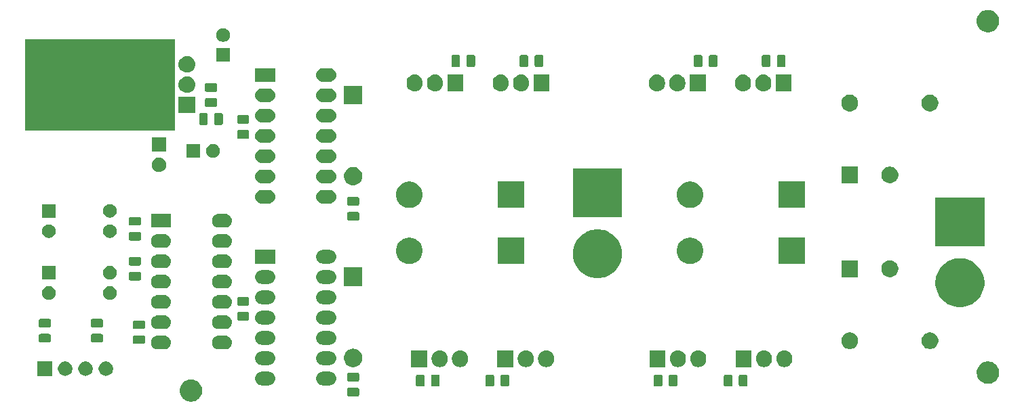
<source format=gbr>
G04 #@! TF.GenerationSoftware,KiCad,Pcbnew,5.1.5*
G04 #@! TF.CreationDate,2020-04-12T12:39:29+02:00*
G04 #@! TF.ProjectId,h_bridge,685f6272-6964-4676-952e-6b696361645f,rev?*
G04 #@! TF.SameCoordinates,Original*
G04 #@! TF.FileFunction,Soldermask,Top*
G04 #@! TF.FilePolarity,Negative*
%FSLAX46Y46*%
G04 Gerber Fmt 4.6, Leading zero omitted, Abs format (unit mm)*
G04 Created by KiCad (PCBNEW 5.1.5) date 2020-04-12 12:39:29*
%MOMM*%
%LPD*%
G04 APERTURE LIST*
%ADD10C,0.100000*%
G04 APERTURE END LIST*
D10*
G36*
X124065343Y-149134278D02*
G01*
X124158657Y-149152839D01*
X124235015Y-149184468D01*
X124413621Y-149258449D01*
X124460866Y-149290017D01*
X124643086Y-149411772D01*
X124838228Y-149606914D01*
X124901097Y-149701005D01*
X124991551Y-149836379D01*
X125045098Y-149965654D01*
X125097161Y-150091343D01*
X125109659Y-150154174D01*
X125151000Y-150362012D01*
X125151000Y-150637988D01*
X125097161Y-150908656D01*
X124991551Y-151163621D01*
X124973488Y-151190654D01*
X124838228Y-151393086D01*
X124643086Y-151588228D01*
X124489763Y-151690675D01*
X124413621Y-151741551D01*
X124264267Y-151803415D01*
X124158657Y-151847161D01*
X124068433Y-151865107D01*
X123887988Y-151901000D01*
X123612012Y-151901000D01*
X123431567Y-151865107D01*
X123341343Y-151847161D01*
X123235733Y-151803415D01*
X123086379Y-151741551D01*
X123010237Y-151690675D01*
X122856914Y-151588228D01*
X122661772Y-151393086D01*
X122526512Y-151190654D01*
X122508449Y-151163621D01*
X122402839Y-150908656D01*
X122349000Y-150637988D01*
X122349000Y-150362012D01*
X122390341Y-150154174D01*
X122402839Y-150091343D01*
X122454902Y-149965654D01*
X122508449Y-149836379D01*
X122598903Y-149701005D01*
X122661772Y-149606914D01*
X122856914Y-149411772D01*
X123039134Y-149290017D01*
X123086379Y-149258449D01*
X123264985Y-149184468D01*
X123341343Y-149152839D01*
X123434657Y-149134278D01*
X123612012Y-149099000D01*
X123887988Y-149099000D01*
X124065343Y-149134278D01*
G37*
G36*
X144584468Y-150153565D02*
G01*
X144623138Y-150165296D01*
X144658777Y-150184346D01*
X144690017Y-150209983D01*
X144715654Y-150241223D01*
X144734704Y-150276862D01*
X144746435Y-150315532D01*
X144751000Y-150361888D01*
X144751000Y-151013112D01*
X144746435Y-151059468D01*
X144734704Y-151098138D01*
X144715654Y-151133777D01*
X144690017Y-151165017D01*
X144658777Y-151190654D01*
X144623138Y-151209704D01*
X144584468Y-151221435D01*
X144538112Y-151226000D01*
X143461888Y-151226000D01*
X143415532Y-151221435D01*
X143376862Y-151209704D01*
X143341223Y-151190654D01*
X143309983Y-151165017D01*
X143284346Y-151133777D01*
X143265296Y-151098138D01*
X143253565Y-151059468D01*
X143249000Y-151013112D01*
X143249000Y-150361888D01*
X143253565Y-150315532D01*
X143265296Y-150276862D01*
X143284346Y-150241223D01*
X143309983Y-150209983D01*
X143341223Y-150184346D01*
X143376862Y-150165296D01*
X143415532Y-150153565D01*
X143461888Y-150149000D01*
X144538112Y-150149000D01*
X144584468Y-150153565D01*
G37*
G36*
X184309468Y-148503565D02*
G01*
X184348138Y-148515296D01*
X184383777Y-148534346D01*
X184415017Y-148559983D01*
X184440654Y-148591223D01*
X184459704Y-148626862D01*
X184471435Y-148665532D01*
X184476000Y-148711888D01*
X184476000Y-149788112D01*
X184471435Y-149834468D01*
X184459704Y-149873138D01*
X184440654Y-149908777D01*
X184415017Y-149940017D01*
X184383777Y-149965654D01*
X184348138Y-149984704D01*
X184309468Y-149996435D01*
X184263112Y-150001000D01*
X183611888Y-150001000D01*
X183565532Y-149996435D01*
X183526862Y-149984704D01*
X183491223Y-149965654D01*
X183459983Y-149940017D01*
X183434346Y-149908777D01*
X183415296Y-149873138D01*
X183403565Y-149834468D01*
X183399000Y-149788112D01*
X183399000Y-148711888D01*
X183403565Y-148665532D01*
X183415296Y-148626862D01*
X183434346Y-148591223D01*
X183459983Y-148559983D01*
X183491223Y-148534346D01*
X183526862Y-148515296D01*
X183565532Y-148503565D01*
X183611888Y-148499000D01*
X184263112Y-148499000D01*
X184309468Y-148503565D01*
G37*
G36*
X182434468Y-148503565D02*
G01*
X182473138Y-148515296D01*
X182508777Y-148534346D01*
X182540017Y-148559983D01*
X182565654Y-148591223D01*
X182584704Y-148626862D01*
X182596435Y-148665532D01*
X182601000Y-148711888D01*
X182601000Y-149788112D01*
X182596435Y-149834468D01*
X182584704Y-149873138D01*
X182565654Y-149908777D01*
X182540017Y-149940017D01*
X182508777Y-149965654D01*
X182473138Y-149984704D01*
X182434468Y-149996435D01*
X182388112Y-150001000D01*
X181736888Y-150001000D01*
X181690532Y-149996435D01*
X181651862Y-149984704D01*
X181616223Y-149965654D01*
X181584983Y-149940017D01*
X181559346Y-149908777D01*
X181540296Y-149873138D01*
X181528565Y-149834468D01*
X181524000Y-149788112D01*
X181524000Y-148711888D01*
X181528565Y-148665532D01*
X181540296Y-148626862D01*
X181559346Y-148591223D01*
X181584983Y-148559983D01*
X181616223Y-148534346D01*
X181651862Y-148515296D01*
X181690532Y-148503565D01*
X181736888Y-148499000D01*
X182388112Y-148499000D01*
X182434468Y-148503565D01*
G37*
G36*
X193059468Y-148503565D02*
G01*
X193098138Y-148515296D01*
X193133777Y-148534346D01*
X193165017Y-148559983D01*
X193190654Y-148591223D01*
X193209704Y-148626862D01*
X193221435Y-148665532D01*
X193226000Y-148711888D01*
X193226000Y-149788112D01*
X193221435Y-149834468D01*
X193209704Y-149873138D01*
X193190654Y-149908777D01*
X193165017Y-149940017D01*
X193133777Y-149965654D01*
X193098138Y-149984704D01*
X193059468Y-149996435D01*
X193013112Y-150001000D01*
X192361888Y-150001000D01*
X192315532Y-149996435D01*
X192276862Y-149984704D01*
X192241223Y-149965654D01*
X192209983Y-149940017D01*
X192184346Y-149908777D01*
X192165296Y-149873138D01*
X192153565Y-149834468D01*
X192149000Y-149788112D01*
X192149000Y-148711888D01*
X192153565Y-148665532D01*
X192165296Y-148626862D01*
X192184346Y-148591223D01*
X192209983Y-148559983D01*
X192241223Y-148534346D01*
X192276862Y-148515296D01*
X192315532Y-148503565D01*
X192361888Y-148499000D01*
X193013112Y-148499000D01*
X193059468Y-148503565D01*
G37*
G36*
X154621968Y-148503565D02*
G01*
X154660638Y-148515296D01*
X154696277Y-148534346D01*
X154727517Y-148559983D01*
X154753154Y-148591223D01*
X154772204Y-148626862D01*
X154783935Y-148665532D01*
X154788500Y-148711888D01*
X154788500Y-149788112D01*
X154783935Y-149834468D01*
X154772204Y-149873138D01*
X154753154Y-149908777D01*
X154727517Y-149940017D01*
X154696277Y-149965654D01*
X154660638Y-149984704D01*
X154621968Y-149996435D01*
X154575612Y-150001000D01*
X153924388Y-150001000D01*
X153878032Y-149996435D01*
X153839362Y-149984704D01*
X153803723Y-149965654D01*
X153772483Y-149940017D01*
X153746846Y-149908777D01*
X153727796Y-149873138D01*
X153716065Y-149834468D01*
X153711500Y-149788112D01*
X153711500Y-148711888D01*
X153716065Y-148665532D01*
X153727796Y-148626862D01*
X153746846Y-148591223D01*
X153772483Y-148559983D01*
X153803723Y-148534346D01*
X153839362Y-148515296D01*
X153878032Y-148503565D01*
X153924388Y-148499000D01*
X154575612Y-148499000D01*
X154621968Y-148503565D01*
G37*
G36*
X152746968Y-148503565D02*
G01*
X152785638Y-148515296D01*
X152821277Y-148534346D01*
X152852517Y-148559983D01*
X152878154Y-148591223D01*
X152897204Y-148626862D01*
X152908935Y-148665532D01*
X152913500Y-148711888D01*
X152913500Y-149788112D01*
X152908935Y-149834468D01*
X152897204Y-149873138D01*
X152878154Y-149908777D01*
X152852517Y-149940017D01*
X152821277Y-149965654D01*
X152785638Y-149984704D01*
X152746968Y-149996435D01*
X152700612Y-150001000D01*
X152049388Y-150001000D01*
X152003032Y-149996435D01*
X151964362Y-149984704D01*
X151928723Y-149965654D01*
X151897483Y-149940017D01*
X151871846Y-149908777D01*
X151852796Y-149873138D01*
X151841065Y-149834468D01*
X151836500Y-149788112D01*
X151836500Y-148711888D01*
X151841065Y-148665532D01*
X151852796Y-148626862D01*
X151871846Y-148591223D01*
X151897483Y-148559983D01*
X151928723Y-148534346D01*
X151964362Y-148515296D01*
X152003032Y-148503565D01*
X152049388Y-148499000D01*
X152700612Y-148499000D01*
X152746968Y-148503565D01*
G37*
G36*
X161434468Y-148503565D02*
G01*
X161473138Y-148515296D01*
X161508777Y-148534346D01*
X161540017Y-148559983D01*
X161565654Y-148591223D01*
X161584704Y-148626862D01*
X161596435Y-148665532D01*
X161601000Y-148711888D01*
X161601000Y-149788112D01*
X161596435Y-149834468D01*
X161584704Y-149873138D01*
X161565654Y-149908777D01*
X161540017Y-149940017D01*
X161508777Y-149965654D01*
X161473138Y-149984704D01*
X161434468Y-149996435D01*
X161388112Y-150001000D01*
X160736888Y-150001000D01*
X160690532Y-149996435D01*
X160651862Y-149984704D01*
X160616223Y-149965654D01*
X160584983Y-149940017D01*
X160559346Y-149908777D01*
X160540296Y-149873138D01*
X160528565Y-149834468D01*
X160524000Y-149788112D01*
X160524000Y-148711888D01*
X160528565Y-148665532D01*
X160540296Y-148626862D01*
X160559346Y-148591223D01*
X160584983Y-148559983D01*
X160616223Y-148534346D01*
X160651862Y-148515296D01*
X160690532Y-148503565D01*
X160736888Y-148499000D01*
X161388112Y-148499000D01*
X161434468Y-148503565D01*
G37*
G36*
X191184468Y-148503565D02*
G01*
X191223138Y-148515296D01*
X191258777Y-148534346D01*
X191290017Y-148559983D01*
X191315654Y-148591223D01*
X191334704Y-148626862D01*
X191346435Y-148665532D01*
X191351000Y-148711888D01*
X191351000Y-149788112D01*
X191346435Y-149834468D01*
X191334704Y-149873138D01*
X191315654Y-149908777D01*
X191290017Y-149940017D01*
X191258777Y-149965654D01*
X191223138Y-149984704D01*
X191184468Y-149996435D01*
X191138112Y-150001000D01*
X190486888Y-150001000D01*
X190440532Y-149996435D01*
X190401862Y-149984704D01*
X190366223Y-149965654D01*
X190334983Y-149940017D01*
X190309346Y-149908777D01*
X190290296Y-149873138D01*
X190278565Y-149834468D01*
X190274000Y-149788112D01*
X190274000Y-148711888D01*
X190278565Y-148665532D01*
X190290296Y-148626862D01*
X190309346Y-148591223D01*
X190334983Y-148559983D01*
X190366223Y-148534346D01*
X190401862Y-148515296D01*
X190440532Y-148503565D01*
X190486888Y-148499000D01*
X191138112Y-148499000D01*
X191184468Y-148503565D01*
G37*
G36*
X163309468Y-148503565D02*
G01*
X163348138Y-148515296D01*
X163383777Y-148534346D01*
X163415017Y-148559983D01*
X163440654Y-148591223D01*
X163459704Y-148626862D01*
X163471435Y-148665532D01*
X163476000Y-148711888D01*
X163476000Y-149788112D01*
X163471435Y-149834468D01*
X163459704Y-149873138D01*
X163440654Y-149908777D01*
X163415017Y-149940017D01*
X163383777Y-149965654D01*
X163348138Y-149984704D01*
X163309468Y-149996435D01*
X163263112Y-150001000D01*
X162611888Y-150001000D01*
X162565532Y-149996435D01*
X162526862Y-149984704D01*
X162491223Y-149965654D01*
X162459983Y-149940017D01*
X162434346Y-149908777D01*
X162415296Y-149873138D01*
X162403565Y-149834468D01*
X162399000Y-149788112D01*
X162399000Y-148711888D01*
X162403565Y-148665532D01*
X162415296Y-148626862D01*
X162434346Y-148591223D01*
X162459983Y-148559983D01*
X162491223Y-148534346D01*
X162526862Y-148515296D01*
X162565532Y-148503565D01*
X162611888Y-148499000D01*
X163263112Y-148499000D01*
X163309468Y-148503565D01*
G37*
G36*
X133566823Y-148151313D02*
G01*
X133727242Y-148199976D01*
X133859906Y-148270886D01*
X133875078Y-148278996D01*
X134004659Y-148385341D01*
X134111004Y-148514922D01*
X134111005Y-148514924D01*
X134190024Y-148662758D01*
X134190025Y-148662761D01*
X134199083Y-148692620D01*
X134238687Y-148823177D01*
X134255117Y-148990000D01*
X134238687Y-149156823D01*
X134190024Y-149317242D01*
X134119114Y-149449906D01*
X134111004Y-149465078D01*
X134004659Y-149594659D01*
X133875078Y-149701004D01*
X133875076Y-149701005D01*
X133727242Y-149780024D01*
X133566823Y-149828687D01*
X133441804Y-149841000D01*
X132558196Y-149841000D01*
X132433177Y-149828687D01*
X132272758Y-149780024D01*
X132124924Y-149701005D01*
X132124922Y-149701004D01*
X131995341Y-149594659D01*
X131888996Y-149465078D01*
X131880886Y-149449906D01*
X131809976Y-149317242D01*
X131761313Y-149156823D01*
X131744883Y-148990000D01*
X131761313Y-148823177D01*
X131800917Y-148692620D01*
X131809975Y-148662761D01*
X131809976Y-148662758D01*
X131888995Y-148514924D01*
X131888996Y-148514922D01*
X131995341Y-148385341D01*
X132124922Y-148278996D01*
X132140094Y-148270886D01*
X132272758Y-148199976D01*
X132433177Y-148151313D01*
X132558196Y-148139000D01*
X133441804Y-148139000D01*
X133566823Y-148151313D01*
G37*
G36*
X141186823Y-148151313D02*
G01*
X141347242Y-148199976D01*
X141479906Y-148270886D01*
X141495078Y-148278996D01*
X141624659Y-148385341D01*
X141731004Y-148514922D01*
X141731005Y-148514924D01*
X141810024Y-148662758D01*
X141810025Y-148662761D01*
X141819083Y-148692620D01*
X141858687Y-148823177D01*
X141875117Y-148990000D01*
X141858687Y-149156823D01*
X141810024Y-149317242D01*
X141739114Y-149449906D01*
X141731004Y-149465078D01*
X141624659Y-149594659D01*
X141495078Y-149701004D01*
X141495076Y-149701005D01*
X141347242Y-149780024D01*
X141186823Y-149828687D01*
X141061804Y-149841000D01*
X140178196Y-149841000D01*
X140053177Y-149828687D01*
X139892758Y-149780024D01*
X139744924Y-149701005D01*
X139744922Y-149701004D01*
X139615341Y-149594659D01*
X139508996Y-149465078D01*
X139500886Y-149449906D01*
X139429976Y-149317242D01*
X139381313Y-149156823D01*
X139364883Y-148990000D01*
X139381313Y-148823177D01*
X139420917Y-148692620D01*
X139429975Y-148662761D01*
X139429976Y-148662758D01*
X139508995Y-148514924D01*
X139508996Y-148514922D01*
X139615341Y-148385341D01*
X139744922Y-148278996D01*
X139760094Y-148270886D01*
X139892758Y-148199976D01*
X140053177Y-148151313D01*
X140178196Y-148139000D01*
X141061804Y-148139000D01*
X141186823Y-148151313D01*
G37*
G36*
X223562055Y-146883624D02*
G01*
X223658657Y-146902839D01*
X223732391Y-146933381D01*
X223913621Y-147008449D01*
X223913622Y-147008450D01*
X224143086Y-147161772D01*
X224338228Y-147356914D01*
X224357607Y-147385917D01*
X224491551Y-147586379D01*
X224522567Y-147661258D01*
X224596084Y-147838742D01*
X224597161Y-147841344D01*
X224651000Y-148112012D01*
X224651000Y-148387988D01*
X224630565Y-148490722D01*
X224597161Y-148658657D01*
X224553415Y-148764267D01*
X224491551Y-148913621D01*
X224491550Y-148913622D01*
X224338228Y-149143086D01*
X224143086Y-149338228D01*
X224033019Y-149411772D01*
X223913621Y-149491551D01*
X223764267Y-149553415D01*
X223658657Y-149597161D01*
X223568433Y-149615107D01*
X223387988Y-149651000D01*
X223112012Y-149651000D01*
X222931567Y-149615107D01*
X222841343Y-149597161D01*
X222735733Y-149553415D01*
X222586379Y-149491551D01*
X222466981Y-149411772D01*
X222356914Y-149338228D01*
X222161772Y-149143086D01*
X222008450Y-148913622D01*
X222008449Y-148913621D01*
X221946585Y-148764267D01*
X221902839Y-148658657D01*
X221869435Y-148490722D01*
X221849000Y-148387988D01*
X221849000Y-148112012D01*
X221902839Y-147841344D01*
X221903917Y-147838742D01*
X221977433Y-147661258D01*
X222008449Y-147586379D01*
X222142393Y-147385917D01*
X222161772Y-147356914D01*
X222356914Y-147161772D01*
X222586378Y-147008450D01*
X222586379Y-147008449D01*
X222767609Y-146933381D01*
X222841343Y-146902839D01*
X222937945Y-146883624D01*
X223112012Y-146849000D01*
X223387988Y-146849000D01*
X223562055Y-146883624D01*
G37*
G36*
X144584468Y-148278565D02*
G01*
X144623138Y-148290296D01*
X144658777Y-148309346D01*
X144690017Y-148334983D01*
X144715654Y-148366223D01*
X144734704Y-148401862D01*
X144746435Y-148440532D01*
X144751000Y-148486888D01*
X144751000Y-149138112D01*
X144746435Y-149184468D01*
X144734704Y-149223138D01*
X144715654Y-149258777D01*
X144690017Y-149290017D01*
X144658777Y-149315654D01*
X144623138Y-149334704D01*
X144584468Y-149346435D01*
X144538112Y-149351000D01*
X143461888Y-149351000D01*
X143415532Y-149346435D01*
X143376862Y-149334704D01*
X143341223Y-149315654D01*
X143309983Y-149290017D01*
X143284346Y-149258777D01*
X143265296Y-149223138D01*
X143253565Y-149184468D01*
X143249000Y-149138112D01*
X143249000Y-148486888D01*
X143253565Y-148440532D01*
X143265296Y-148401862D01*
X143284346Y-148366223D01*
X143309983Y-148334983D01*
X143341223Y-148309346D01*
X143376862Y-148290296D01*
X143415532Y-148278565D01*
X143461888Y-148274000D01*
X144538112Y-148274000D01*
X144584468Y-148278565D01*
G37*
G36*
X106401000Y-148651000D02*
G01*
X104599000Y-148651000D01*
X104599000Y-146849000D01*
X106401000Y-146849000D01*
X106401000Y-148651000D01*
G37*
G36*
X113233512Y-146853927D02*
G01*
X113382812Y-146883624D01*
X113546784Y-146951544D01*
X113694354Y-147050147D01*
X113819853Y-147175646D01*
X113918456Y-147323216D01*
X113986376Y-147487188D01*
X114016073Y-147636488D01*
X114021000Y-147661258D01*
X114021000Y-147838742D01*
X114020482Y-147841344D01*
X113986376Y-148012812D01*
X113918456Y-148176784D01*
X113819853Y-148324354D01*
X113694354Y-148449853D01*
X113546784Y-148548456D01*
X113382812Y-148616376D01*
X113233512Y-148646073D01*
X113208742Y-148651000D01*
X113031258Y-148651000D01*
X113006488Y-148646073D01*
X112857188Y-148616376D01*
X112693216Y-148548456D01*
X112545646Y-148449853D01*
X112420147Y-148324354D01*
X112321544Y-148176784D01*
X112253624Y-148012812D01*
X112219518Y-147841344D01*
X112219000Y-147838742D01*
X112219000Y-147661258D01*
X112223927Y-147636488D01*
X112253624Y-147487188D01*
X112321544Y-147323216D01*
X112420147Y-147175646D01*
X112545646Y-147050147D01*
X112693216Y-146951544D01*
X112857188Y-146883624D01*
X113006488Y-146853927D01*
X113031258Y-146849000D01*
X113208742Y-146849000D01*
X113233512Y-146853927D01*
G37*
G36*
X110693512Y-146853927D02*
G01*
X110842812Y-146883624D01*
X111006784Y-146951544D01*
X111154354Y-147050147D01*
X111279853Y-147175646D01*
X111378456Y-147323216D01*
X111446376Y-147487188D01*
X111476073Y-147636488D01*
X111481000Y-147661258D01*
X111481000Y-147838742D01*
X111480482Y-147841344D01*
X111446376Y-148012812D01*
X111378456Y-148176784D01*
X111279853Y-148324354D01*
X111154354Y-148449853D01*
X111006784Y-148548456D01*
X110842812Y-148616376D01*
X110693512Y-148646073D01*
X110668742Y-148651000D01*
X110491258Y-148651000D01*
X110466488Y-148646073D01*
X110317188Y-148616376D01*
X110153216Y-148548456D01*
X110005646Y-148449853D01*
X109880147Y-148324354D01*
X109781544Y-148176784D01*
X109713624Y-148012812D01*
X109679518Y-147841344D01*
X109679000Y-147838742D01*
X109679000Y-147661258D01*
X109683927Y-147636488D01*
X109713624Y-147487188D01*
X109781544Y-147323216D01*
X109880147Y-147175646D01*
X110005646Y-147050147D01*
X110153216Y-146951544D01*
X110317188Y-146883624D01*
X110466488Y-146853927D01*
X110491258Y-146849000D01*
X110668742Y-146849000D01*
X110693512Y-146853927D01*
G37*
G36*
X108153512Y-146853927D02*
G01*
X108302812Y-146883624D01*
X108466784Y-146951544D01*
X108614354Y-147050147D01*
X108739853Y-147175646D01*
X108838456Y-147323216D01*
X108906376Y-147487188D01*
X108936073Y-147636488D01*
X108941000Y-147661258D01*
X108941000Y-147838742D01*
X108940482Y-147841344D01*
X108906376Y-148012812D01*
X108838456Y-148176784D01*
X108739853Y-148324354D01*
X108614354Y-148449853D01*
X108466784Y-148548456D01*
X108302812Y-148616376D01*
X108153512Y-148646073D01*
X108128742Y-148651000D01*
X107951258Y-148651000D01*
X107926488Y-148646073D01*
X107777188Y-148616376D01*
X107613216Y-148548456D01*
X107465646Y-148449853D01*
X107340147Y-148324354D01*
X107241544Y-148176784D01*
X107173624Y-148012812D01*
X107139518Y-147841344D01*
X107139000Y-147838742D01*
X107139000Y-147661258D01*
X107143927Y-147636488D01*
X107173624Y-147487188D01*
X107241544Y-147323216D01*
X107340147Y-147175646D01*
X107465646Y-147050147D01*
X107613216Y-146951544D01*
X107777188Y-146883624D01*
X107926488Y-146853927D01*
X107951258Y-146849000D01*
X108128742Y-146849000D01*
X108153512Y-146853927D01*
G37*
G36*
X144219059Y-145280024D02*
G01*
X144335734Y-145303232D01*
X144545203Y-145389997D01*
X144733720Y-145515960D01*
X144894040Y-145676280D01*
X145020003Y-145864797D01*
X145103601Y-146066619D01*
X145106768Y-146074267D01*
X145148323Y-146283175D01*
X145151000Y-146296636D01*
X145151000Y-146523364D01*
X145107070Y-146744218D01*
X145106768Y-146745733D01*
X145029043Y-146933380D01*
X145020003Y-146955203D01*
X144894040Y-147143720D01*
X144733720Y-147304040D01*
X144545203Y-147430003D01*
X144335734Y-147516768D01*
X144236635Y-147536480D01*
X144113365Y-147561000D01*
X143886635Y-147561000D01*
X143763365Y-147536480D01*
X143664266Y-147516768D01*
X143454797Y-147430003D01*
X143266280Y-147304040D01*
X143105960Y-147143720D01*
X142979997Y-146955203D01*
X142970958Y-146933380D01*
X142893232Y-146745733D01*
X142892931Y-146744218D01*
X142849000Y-146523364D01*
X142849000Y-146296636D01*
X142851678Y-146283175D01*
X142893232Y-146074267D01*
X142896400Y-146066619D01*
X142979997Y-145864797D01*
X143105960Y-145676280D01*
X143266280Y-145515960D01*
X143454797Y-145389997D01*
X143664266Y-145303232D01*
X143780941Y-145280024D01*
X143886635Y-145259000D01*
X144113365Y-145259000D01*
X144219059Y-145280024D01*
G37*
G36*
X187276719Y-145463520D02*
G01*
X187465880Y-145520901D01*
X187465883Y-145520902D01*
X187558333Y-145570318D01*
X187640212Y-145614083D01*
X187793015Y-145739485D01*
X187918417Y-145892288D01*
X188011599Y-146066619D01*
X188068980Y-146255780D01*
X188083500Y-146403206D01*
X188083500Y-146596793D01*
X188068980Y-146744219D01*
X188037195Y-146849000D01*
X188011598Y-146933383D01*
X187962182Y-147025833D01*
X187918417Y-147107712D01*
X187793015Y-147260515D01*
X187640212Y-147385917D01*
X187465881Y-147479099D01*
X187276720Y-147536480D01*
X187080000Y-147555855D01*
X186883281Y-147536480D01*
X186694120Y-147479099D01*
X186519788Y-147385917D01*
X186366985Y-147260515D01*
X186241583Y-147107712D01*
X186148401Y-146933381D01*
X186091020Y-146744220D01*
X186076500Y-146596794D01*
X186076500Y-146403207D01*
X186091020Y-146255781D01*
X186148401Y-146066620D01*
X186148402Y-146066617D01*
X186197818Y-145974167D01*
X186241583Y-145892288D01*
X186366985Y-145739485D01*
X186519788Y-145614083D01*
X186694119Y-145520901D01*
X186883280Y-145463520D01*
X187080000Y-145444145D01*
X187276719Y-145463520D01*
G37*
G36*
X198026719Y-145463520D02*
G01*
X198215880Y-145520901D01*
X198215883Y-145520902D01*
X198308333Y-145570318D01*
X198390212Y-145614083D01*
X198543015Y-145739485D01*
X198668417Y-145892288D01*
X198761599Y-146066619D01*
X198818980Y-146255780D01*
X198833500Y-146403206D01*
X198833500Y-146596793D01*
X198818980Y-146744219D01*
X198787195Y-146849000D01*
X198761598Y-146933383D01*
X198712182Y-147025833D01*
X198668417Y-147107712D01*
X198543015Y-147260515D01*
X198390212Y-147385917D01*
X198215881Y-147479099D01*
X198026720Y-147536480D01*
X197830000Y-147555855D01*
X197633281Y-147536480D01*
X197444120Y-147479099D01*
X197269788Y-147385917D01*
X197116985Y-147260515D01*
X196991583Y-147107712D01*
X196898401Y-146933381D01*
X196841020Y-146744220D01*
X196826500Y-146596794D01*
X196826500Y-146403207D01*
X196841020Y-146255781D01*
X196898401Y-146066620D01*
X196898402Y-146066617D01*
X196947818Y-145974167D01*
X196991583Y-145892288D01*
X197116985Y-145739485D01*
X197269788Y-145614083D01*
X197444119Y-145520901D01*
X197633280Y-145463520D01*
X197830000Y-145444145D01*
X198026719Y-145463520D01*
G37*
G36*
X168276719Y-145463520D02*
G01*
X168465880Y-145520901D01*
X168465883Y-145520902D01*
X168558333Y-145570318D01*
X168640212Y-145614083D01*
X168793015Y-145739485D01*
X168918417Y-145892288D01*
X169011599Y-146066619D01*
X169068980Y-146255780D01*
X169083500Y-146403206D01*
X169083500Y-146596793D01*
X169068980Y-146744219D01*
X169037195Y-146849000D01*
X169011598Y-146933383D01*
X168962182Y-147025833D01*
X168918417Y-147107712D01*
X168793015Y-147260515D01*
X168640212Y-147385917D01*
X168465881Y-147479099D01*
X168276720Y-147536480D01*
X168080000Y-147555855D01*
X167883281Y-147536480D01*
X167694120Y-147479099D01*
X167519788Y-147385917D01*
X167366985Y-147260515D01*
X167241583Y-147107712D01*
X167148401Y-146933381D01*
X167091020Y-146744220D01*
X167076500Y-146596794D01*
X167076500Y-146403207D01*
X167091020Y-146255781D01*
X167148401Y-146066620D01*
X167148402Y-146066617D01*
X167197818Y-145974167D01*
X167241583Y-145892288D01*
X167366985Y-145739485D01*
X167519788Y-145614083D01*
X167694119Y-145520901D01*
X167883280Y-145463520D01*
X168080000Y-145444145D01*
X168276719Y-145463520D01*
G37*
G36*
X165736719Y-145463520D02*
G01*
X165925880Y-145520901D01*
X165925883Y-145520902D01*
X166018333Y-145570318D01*
X166100212Y-145614083D01*
X166253015Y-145739485D01*
X166378417Y-145892288D01*
X166471599Y-146066619D01*
X166528980Y-146255780D01*
X166543500Y-146403206D01*
X166543500Y-146596793D01*
X166528980Y-146744219D01*
X166497195Y-146849000D01*
X166471598Y-146933383D01*
X166422182Y-147025833D01*
X166378417Y-147107712D01*
X166253015Y-147260515D01*
X166100212Y-147385917D01*
X165925881Y-147479099D01*
X165736720Y-147536480D01*
X165540000Y-147555855D01*
X165343281Y-147536480D01*
X165154120Y-147479099D01*
X164979788Y-147385917D01*
X164826985Y-147260515D01*
X164701583Y-147107712D01*
X164608401Y-146933381D01*
X164551020Y-146744220D01*
X164536500Y-146596794D01*
X164536500Y-146403207D01*
X164551020Y-146255781D01*
X164608401Y-146066620D01*
X164608402Y-146066617D01*
X164657818Y-145974167D01*
X164701583Y-145892288D01*
X164826985Y-145739485D01*
X164979788Y-145614083D01*
X165154119Y-145520901D01*
X165343280Y-145463520D01*
X165540000Y-145444145D01*
X165736719Y-145463520D01*
G37*
G36*
X195486719Y-145463520D02*
G01*
X195675880Y-145520901D01*
X195675883Y-145520902D01*
X195768333Y-145570318D01*
X195850212Y-145614083D01*
X196003015Y-145739485D01*
X196128417Y-145892288D01*
X196221599Y-146066619D01*
X196278980Y-146255780D01*
X196293500Y-146403206D01*
X196293500Y-146596793D01*
X196278980Y-146744219D01*
X196247195Y-146849000D01*
X196221598Y-146933383D01*
X196172182Y-147025833D01*
X196128417Y-147107712D01*
X196003015Y-147260515D01*
X195850212Y-147385917D01*
X195675881Y-147479099D01*
X195486720Y-147536480D01*
X195290000Y-147555855D01*
X195093281Y-147536480D01*
X194904120Y-147479099D01*
X194729788Y-147385917D01*
X194576985Y-147260515D01*
X194451583Y-147107712D01*
X194358401Y-146933381D01*
X194301020Y-146744220D01*
X194286500Y-146596794D01*
X194286500Y-146403207D01*
X194301020Y-146255781D01*
X194358401Y-146066620D01*
X194358402Y-146066617D01*
X194407818Y-145974167D01*
X194451583Y-145892288D01*
X194576985Y-145739485D01*
X194729788Y-145614083D01*
X194904119Y-145520901D01*
X195093280Y-145463520D01*
X195290000Y-145444145D01*
X195486719Y-145463520D01*
G37*
G36*
X157526719Y-145463520D02*
G01*
X157715880Y-145520901D01*
X157715883Y-145520902D01*
X157808333Y-145570318D01*
X157890212Y-145614083D01*
X158043015Y-145739485D01*
X158168417Y-145892288D01*
X158261599Y-146066619D01*
X158318980Y-146255780D01*
X158333500Y-146403206D01*
X158333500Y-146596793D01*
X158318980Y-146744219D01*
X158287195Y-146849000D01*
X158261598Y-146933383D01*
X158212182Y-147025833D01*
X158168417Y-147107712D01*
X158043015Y-147260515D01*
X157890212Y-147385917D01*
X157715881Y-147479099D01*
X157526720Y-147536480D01*
X157330000Y-147555855D01*
X157133281Y-147536480D01*
X156944120Y-147479099D01*
X156769788Y-147385917D01*
X156616985Y-147260515D01*
X156491583Y-147107712D01*
X156398401Y-146933381D01*
X156341020Y-146744220D01*
X156326500Y-146596794D01*
X156326500Y-146403207D01*
X156341020Y-146255781D01*
X156398401Y-146066620D01*
X156398402Y-146066617D01*
X156447818Y-145974167D01*
X156491583Y-145892288D01*
X156616985Y-145739485D01*
X156769788Y-145614083D01*
X156944119Y-145520901D01*
X157133280Y-145463520D01*
X157330000Y-145444145D01*
X157526719Y-145463520D01*
G37*
G36*
X154986719Y-145463520D02*
G01*
X155175880Y-145520901D01*
X155175883Y-145520902D01*
X155268333Y-145570318D01*
X155350212Y-145614083D01*
X155503015Y-145739485D01*
X155628417Y-145892288D01*
X155721599Y-146066619D01*
X155778980Y-146255780D01*
X155793500Y-146403206D01*
X155793500Y-146596793D01*
X155778980Y-146744219D01*
X155747195Y-146849000D01*
X155721598Y-146933383D01*
X155672182Y-147025833D01*
X155628417Y-147107712D01*
X155503015Y-147260515D01*
X155350212Y-147385917D01*
X155175881Y-147479099D01*
X154986720Y-147536480D01*
X154790000Y-147555855D01*
X154593281Y-147536480D01*
X154404120Y-147479099D01*
X154229788Y-147385917D01*
X154076985Y-147260515D01*
X153951583Y-147107712D01*
X153858401Y-146933381D01*
X153801020Y-146744220D01*
X153786500Y-146596794D01*
X153786500Y-146403207D01*
X153801020Y-146255781D01*
X153858401Y-146066620D01*
X153858402Y-146066617D01*
X153907818Y-145974167D01*
X153951583Y-145892288D01*
X154076985Y-145739485D01*
X154229788Y-145614083D01*
X154404119Y-145520901D01*
X154593280Y-145463520D01*
X154790000Y-145444145D01*
X154986719Y-145463520D01*
G37*
G36*
X184736719Y-145463520D02*
G01*
X184925880Y-145520901D01*
X184925883Y-145520902D01*
X185018333Y-145570318D01*
X185100212Y-145614083D01*
X185253015Y-145739485D01*
X185378417Y-145892288D01*
X185471599Y-146066619D01*
X185528980Y-146255780D01*
X185543500Y-146403206D01*
X185543500Y-146596793D01*
X185528980Y-146744219D01*
X185497195Y-146849000D01*
X185471598Y-146933383D01*
X185422182Y-147025833D01*
X185378417Y-147107712D01*
X185253015Y-147260515D01*
X185100212Y-147385917D01*
X184925881Y-147479099D01*
X184736720Y-147536480D01*
X184540000Y-147555855D01*
X184343281Y-147536480D01*
X184154120Y-147479099D01*
X183979788Y-147385917D01*
X183826985Y-147260515D01*
X183701583Y-147107712D01*
X183608401Y-146933381D01*
X183551020Y-146744220D01*
X183536500Y-146596794D01*
X183536500Y-146403207D01*
X183551020Y-146255781D01*
X183608401Y-146066620D01*
X183608402Y-146066617D01*
X183657818Y-145974167D01*
X183701583Y-145892288D01*
X183826985Y-145739485D01*
X183979788Y-145614083D01*
X184154119Y-145520901D01*
X184343280Y-145463520D01*
X184540000Y-145444145D01*
X184736719Y-145463520D01*
G37*
G36*
X164003500Y-147551000D02*
G01*
X161996500Y-147551000D01*
X161996500Y-145449000D01*
X164003500Y-145449000D01*
X164003500Y-147551000D01*
G37*
G36*
X153253500Y-147551000D02*
G01*
X151246500Y-147551000D01*
X151246500Y-145449000D01*
X153253500Y-145449000D01*
X153253500Y-147551000D01*
G37*
G36*
X183003500Y-147551000D02*
G01*
X180996500Y-147551000D01*
X180996500Y-145449000D01*
X183003500Y-145449000D01*
X183003500Y-147551000D01*
G37*
G36*
X193753500Y-147551000D02*
G01*
X191746500Y-147551000D01*
X191746500Y-145449000D01*
X193753500Y-145449000D01*
X193753500Y-147551000D01*
G37*
G36*
X133566823Y-145611313D02*
G01*
X133727242Y-145659976D01*
X133757746Y-145676281D01*
X133875078Y-145738996D01*
X134004659Y-145845341D01*
X134111004Y-145974922D01*
X134111005Y-145974924D01*
X134190024Y-146122758D01*
X134238687Y-146283177D01*
X134255117Y-146450000D01*
X134238687Y-146616823D01*
X134190024Y-146777242D01*
X134133161Y-146883625D01*
X134111004Y-146925078D01*
X134004659Y-147054659D01*
X133875078Y-147161004D01*
X133875076Y-147161005D01*
X133727242Y-147240024D01*
X133566823Y-147288687D01*
X133441804Y-147301000D01*
X132558196Y-147301000D01*
X132433177Y-147288687D01*
X132272758Y-147240024D01*
X132124924Y-147161005D01*
X132124922Y-147161004D01*
X131995341Y-147054659D01*
X131888996Y-146925078D01*
X131866839Y-146883625D01*
X131809976Y-146777242D01*
X131761313Y-146616823D01*
X131744883Y-146450000D01*
X131761313Y-146283177D01*
X131809976Y-146122758D01*
X131888995Y-145974924D01*
X131888996Y-145974922D01*
X131995341Y-145845341D01*
X132124922Y-145738996D01*
X132242254Y-145676281D01*
X132272758Y-145659976D01*
X132433177Y-145611313D01*
X132558196Y-145599000D01*
X133441804Y-145599000D01*
X133566823Y-145611313D01*
G37*
G36*
X141186823Y-145611313D02*
G01*
X141347242Y-145659976D01*
X141377746Y-145676281D01*
X141495078Y-145738996D01*
X141624659Y-145845341D01*
X141731004Y-145974922D01*
X141731005Y-145974924D01*
X141810024Y-146122758D01*
X141858687Y-146283177D01*
X141875117Y-146450000D01*
X141858687Y-146616823D01*
X141810024Y-146777242D01*
X141753161Y-146883625D01*
X141731004Y-146925078D01*
X141624659Y-147054659D01*
X141495078Y-147161004D01*
X141495076Y-147161005D01*
X141347242Y-147240024D01*
X141186823Y-147288687D01*
X141061804Y-147301000D01*
X140178196Y-147301000D01*
X140053177Y-147288687D01*
X139892758Y-147240024D01*
X139744924Y-147161005D01*
X139744922Y-147161004D01*
X139615341Y-147054659D01*
X139508996Y-146925078D01*
X139486839Y-146883625D01*
X139429976Y-146777242D01*
X139381313Y-146616823D01*
X139364883Y-146450000D01*
X139381313Y-146283177D01*
X139429976Y-146122758D01*
X139508995Y-145974924D01*
X139508996Y-145974922D01*
X139615341Y-145845341D01*
X139744922Y-145738996D01*
X139862254Y-145676281D01*
X139892758Y-145659976D01*
X140053177Y-145611313D01*
X140178196Y-145599000D01*
X141061804Y-145599000D01*
X141186823Y-145611313D01*
G37*
G36*
X128186823Y-143651313D02*
G01*
X128347242Y-143699976D01*
X128479906Y-143770886D01*
X128495078Y-143778996D01*
X128624659Y-143885341D01*
X128731004Y-144014922D01*
X128731005Y-144014924D01*
X128810024Y-144162758D01*
X128858687Y-144323177D01*
X128875117Y-144490000D01*
X128858687Y-144656823D01*
X128810024Y-144817242D01*
X128755113Y-144919973D01*
X128731004Y-144965078D01*
X128624659Y-145094659D01*
X128495078Y-145201004D01*
X128495076Y-145201005D01*
X128347242Y-145280024D01*
X128186823Y-145328687D01*
X128061804Y-145341000D01*
X127178196Y-145341000D01*
X127053177Y-145328687D01*
X126892758Y-145280024D01*
X126744924Y-145201005D01*
X126744922Y-145201004D01*
X126615341Y-145094659D01*
X126508996Y-144965078D01*
X126484887Y-144919973D01*
X126429976Y-144817242D01*
X126381313Y-144656823D01*
X126364883Y-144490000D01*
X126381313Y-144323177D01*
X126429976Y-144162758D01*
X126508995Y-144014924D01*
X126508996Y-144014922D01*
X126615341Y-143885341D01*
X126744922Y-143778996D01*
X126760094Y-143770886D01*
X126892758Y-143699976D01*
X127053177Y-143651313D01*
X127178196Y-143639000D01*
X128061804Y-143639000D01*
X128186823Y-143651313D01*
G37*
G36*
X120566823Y-143651313D02*
G01*
X120727242Y-143699976D01*
X120859906Y-143770886D01*
X120875078Y-143778996D01*
X121004659Y-143885341D01*
X121111004Y-144014922D01*
X121111005Y-144014924D01*
X121190024Y-144162758D01*
X121238687Y-144323177D01*
X121255117Y-144490000D01*
X121238687Y-144656823D01*
X121190024Y-144817242D01*
X121135113Y-144919973D01*
X121111004Y-144965078D01*
X121004659Y-145094659D01*
X120875078Y-145201004D01*
X120875076Y-145201005D01*
X120727242Y-145280024D01*
X120566823Y-145328687D01*
X120441804Y-145341000D01*
X119558196Y-145341000D01*
X119433177Y-145328687D01*
X119272758Y-145280024D01*
X119124924Y-145201005D01*
X119124922Y-145201004D01*
X118995341Y-145094659D01*
X118888996Y-144965078D01*
X118864887Y-144919973D01*
X118809976Y-144817242D01*
X118761313Y-144656823D01*
X118744883Y-144490000D01*
X118761313Y-144323177D01*
X118809976Y-144162758D01*
X118888995Y-144014924D01*
X118888996Y-144014922D01*
X118995341Y-143885341D01*
X119124922Y-143778996D01*
X119140094Y-143770886D01*
X119272758Y-143699976D01*
X119433177Y-143651313D01*
X119558196Y-143639000D01*
X120441804Y-143639000D01*
X120566823Y-143651313D01*
G37*
G36*
X206306564Y-143239389D02*
G01*
X206497833Y-143318615D01*
X206497835Y-143318616D01*
X206669973Y-143433635D01*
X206816365Y-143580027D01*
X206882312Y-143678723D01*
X206931385Y-143752167D01*
X207010611Y-143943436D01*
X207051000Y-144146484D01*
X207051000Y-144353516D01*
X207010611Y-144556564D01*
X206931385Y-144747833D01*
X206931384Y-144747835D01*
X206816365Y-144919973D01*
X206669973Y-145066365D01*
X206497835Y-145181384D01*
X206497834Y-145181385D01*
X206497833Y-145181385D01*
X206306564Y-145260611D01*
X206103516Y-145301000D01*
X205896484Y-145301000D01*
X205693436Y-145260611D01*
X205502167Y-145181385D01*
X205502166Y-145181385D01*
X205502165Y-145181384D01*
X205330027Y-145066365D01*
X205183635Y-144919973D01*
X205068616Y-144747835D01*
X205068615Y-144747833D01*
X204989389Y-144556564D01*
X204949000Y-144353516D01*
X204949000Y-144146484D01*
X204989389Y-143943436D01*
X205068615Y-143752167D01*
X205117689Y-143678723D01*
X205183635Y-143580027D01*
X205330027Y-143433635D01*
X205502165Y-143318616D01*
X205502167Y-143318615D01*
X205693436Y-143239389D01*
X205896484Y-143199000D01*
X206103516Y-143199000D01*
X206306564Y-143239389D01*
G37*
G36*
X216306564Y-143239389D02*
G01*
X216497833Y-143318615D01*
X216497835Y-143318616D01*
X216669973Y-143433635D01*
X216816365Y-143580027D01*
X216882312Y-143678723D01*
X216931385Y-143752167D01*
X217010611Y-143943436D01*
X217051000Y-144146484D01*
X217051000Y-144353516D01*
X217010611Y-144556564D01*
X216931385Y-144747833D01*
X216931384Y-144747835D01*
X216816365Y-144919973D01*
X216669973Y-145066365D01*
X216497835Y-145181384D01*
X216497834Y-145181385D01*
X216497833Y-145181385D01*
X216306564Y-145260611D01*
X216103516Y-145301000D01*
X215896484Y-145301000D01*
X215693436Y-145260611D01*
X215502167Y-145181385D01*
X215502166Y-145181385D01*
X215502165Y-145181384D01*
X215330027Y-145066365D01*
X215183635Y-144919973D01*
X215068616Y-144747835D01*
X215068615Y-144747833D01*
X214989389Y-144556564D01*
X214949000Y-144353516D01*
X214949000Y-144146484D01*
X214989389Y-143943436D01*
X215068615Y-143752167D01*
X215117689Y-143678723D01*
X215183635Y-143580027D01*
X215330027Y-143433635D01*
X215502165Y-143318616D01*
X215502167Y-143318615D01*
X215693436Y-143239389D01*
X215896484Y-143199000D01*
X216103516Y-143199000D01*
X216306564Y-143239389D01*
G37*
G36*
X133566823Y-143071313D02*
G01*
X133727242Y-143119976D01*
X133859906Y-143190886D01*
X133875078Y-143198996D01*
X134004659Y-143305341D01*
X134111004Y-143434922D01*
X134111005Y-143434924D01*
X134190024Y-143582758D01*
X134238687Y-143743177D01*
X134255117Y-143910000D01*
X134238687Y-144076823D01*
X134190024Y-144237242D01*
X134176196Y-144263112D01*
X134111004Y-144385078D01*
X134004659Y-144514659D01*
X133875078Y-144621004D01*
X133875076Y-144621005D01*
X133727242Y-144700024D01*
X133566823Y-144748687D01*
X133441804Y-144761000D01*
X132558196Y-144761000D01*
X132433177Y-144748687D01*
X132272758Y-144700024D01*
X132124924Y-144621005D01*
X132124922Y-144621004D01*
X131995341Y-144514659D01*
X131888996Y-144385078D01*
X131823804Y-144263112D01*
X131809976Y-144237242D01*
X131761313Y-144076823D01*
X131744883Y-143910000D01*
X131761313Y-143743177D01*
X131809976Y-143582758D01*
X131888995Y-143434924D01*
X131888996Y-143434922D01*
X131995341Y-143305341D01*
X132124922Y-143198996D01*
X132140094Y-143190886D01*
X132272758Y-143119976D01*
X132433177Y-143071313D01*
X132558196Y-143059000D01*
X133441804Y-143059000D01*
X133566823Y-143071313D01*
G37*
G36*
X141186823Y-143071313D02*
G01*
X141347242Y-143119976D01*
X141479906Y-143190886D01*
X141495078Y-143198996D01*
X141624659Y-143305341D01*
X141731004Y-143434922D01*
X141731005Y-143434924D01*
X141810024Y-143582758D01*
X141858687Y-143743177D01*
X141875117Y-143910000D01*
X141858687Y-144076823D01*
X141810024Y-144237242D01*
X141796196Y-144263112D01*
X141731004Y-144385078D01*
X141624659Y-144514659D01*
X141495078Y-144621004D01*
X141495076Y-144621005D01*
X141347242Y-144700024D01*
X141186823Y-144748687D01*
X141061804Y-144761000D01*
X140178196Y-144761000D01*
X140053177Y-144748687D01*
X139892758Y-144700024D01*
X139744924Y-144621005D01*
X139744922Y-144621004D01*
X139615341Y-144514659D01*
X139508996Y-144385078D01*
X139443804Y-144263112D01*
X139429976Y-144237242D01*
X139381313Y-144076823D01*
X139364883Y-143910000D01*
X139381313Y-143743177D01*
X139429976Y-143582758D01*
X139508995Y-143434924D01*
X139508996Y-143434922D01*
X139615341Y-143305341D01*
X139744922Y-143198996D01*
X139760094Y-143190886D01*
X139892758Y-143119976D01*
X140053177Y-143071313D01*
X140178196Y-143059000D01*
X141061804Y-143059000D01*
X141186823Y-143071313D01*
G37*
G36*
X117834468Y-143591065D02*
G01*
X117873138Y-143602796D01*
X117908777Y-143621846D01*
X117940017Y-143647483D01*
X117965654Y-143678723D01*
X117984704Y-143714362D01*
X117996435Y-143753032D01*
X118001000Y-143799388D01*
X118001000Y-144450612D01*
X117996435Y-144496968D01*
X117984704Y-144535638D01*
X117965654Y-144571277D01*
X117940017Y-144602517D01*
X117908777Y-144628154D01*
X117873138Y-144647204D01*
X117834468Y-144658935D01*
X117788112Y-144663500D01*
X116711888Y-144663500D01*
X116665532Y-144658935D01*
X116626862Y-144647204D01*
X116591223Y-144628154D01*
X116559983Y-144602517D01*
X116534346Y-144571277D01*
X116515296Y-144535638D01*
X116503565Y-144496968D01*
X116499000Y-144450612D01*
X116499000Y-143799388D01*
X116503565Y-143753032D01*
X116515296Y-143714362D01*
X116534346Y-143678723D01*
X116559983Y-143647483D01*
X116591223Y-143621846D01*
X116626862Y-143602796D01*
X116665532Y-143591065D01*
X116711888Y-143586500D01*
X117788112Y-143586500D01*
X117834468Y-143591065D01*
G37*
G36*
X112584468Y-143403565D02*
G01*
X112623138Y-143415296D01*
X112658777Y-143434346D01*
X112690017Y-143459983D01*
X112715654Y-143491223D01*
X112734704Y-143526862D01*
X112746435Y-143565532D01*
X112751000Y-143611888D01*
X112751000Y-144263112D01*
X112746435Y-144309468D01*
X112734704Y-144348138D01*
X112715654Y-144383777D01*
X112690017Y-144415017D01*
X112658777Y-144440654D01*
X112623138Y-144459704D01*
X112584468Y-144471435D01*
X112538112Y-144476000D01*
X111461888Y-144476000D01*
X111415532Y-144471435D01*
X111376862Y-144459704D01*
X111341223Y-144440654D01*
X111309983Y-144415017D01*
X111284346Y-144383777D01*
X111265296Y-144348138D01*
X111253565Y-144309468D01*
X111249000Y-144263112D01*
X111249000Y-143611888D01*
X111253565Y-143565532D01*
X111265296Y-143526862D01*
X111284346Y-143491223D01*
X111309983Y-143459983D01*
X111341223Y-143434346D01*
X111376862Y-143415296D01*
X111415532Y-143403565D01*
X111461888Y-143399000D01*
X112538112Y-143399000D01*
X112584468Y-143403565D01*
G37*
G36*
X106084468Y-143403565D02*
G01*
X106123138Y-143415296D01*
X106158777Y-143434346D01*
X106190017Y-143459983D01*
X106215654Y-143491223D01*
X106234704Y-143526862D01*
X106246435Y-143565532D01*
X106251000Y-143611888D01*
X106251000Y-144263112D01*
X106246435Y-144309468D01*
X106234704Y-144348138D01*
X106215654Y-144383777D01*
X106190017Y-144415017D01*
X106158777Y-144440654D01*
X106123138Y-144459704D01*
X106084468Y-144471435D01*
X106038112Y-144476000D01*
X104961888Y-144476000D01*
X104915532Y-144471435D01*
X104876862Y-144459704D01*
X104841223Y-144440654D01*
X104809983Y-144415017D01*
X104784346Y-144383777D01*
X104765296Y-144348138D01*
X104753565Y-144309468D01*
X104749000Y-144263112D01*
X104749000Y-143611888D01*
X104753565Y-143565532D01*
X104765296Y-143526862D01*
X104784346Y-143491223D01*
X104809983Y-143459983D01*
X104841223Y-143434346D01*
X104876862Y-143415296D01*
X104915532Y-143403565D01*
X104961888Y-143399000D01*
X106038112Y-143399000D01*
X106084468Y-143403565D01*
G37*
G36*
X120566823Y-141111313D02*
G01*
X120727242Y-141159976D01*
X120808065Y-141203177D01*
X120875078Y-141238996D01*
X121004659Y-141345341D01*
X121111004Y-141474922D01*
X121111005Y-141474924D01*
X121190024Y-141622758D01*
X121238687Y-141783177D01*
X121255117Y-141950000D01*
X121238687Y-142116823D01*
X121190024Y-142277242D01*
X121132812Y-142384278D01*
X121111004Y-142425078D01*
X121004659Y-142554659D01*
X120875078Y-142661004D01*
X120875076Y-142661005D01*
X120727242Y-142740024D01*
X120566823Y-142788687D01*
X120441804Y-142801000D01*
X119558196Y-142801000D01*
X119433177Y-142788687D01*
X119272758Y-142740024D01*
X119124924Y-142661005D01*
X119124922Y-142661004D01*
X118995341Y-142554659D01*
X118888996Y-142425078D01*
X118867188Y-142384278D01*
X118809976Y-142277242D01*
X118761313Y-142116823D01*
X118744883Y-141950000D01*
X118761313Y-141783177D01*
X118809976Y-141622758D01*
X118888995Y-141474924D01*
X118888996Y-141474922D01*
X118995341Y-141345341D01*
X119124922Y-141238996D01*
X119191935Y-141203177D01*
X119272758Y-141159976D01*
X119433177Y-141111313D01*
X119558196Y-141099000D01*
X120441804Y-141099000D01*
X120566823Y-141111313D01*
G37*
G36*
X128186823Y-141111313D02*
G01*
X128347242Y-141159976D01*
X128428065Y-141203177D01*
X128495078Y-141238996D01*
X128624659Y-141345341D01*
X128731004Y-141474922D01*
X128731005Y-141474924D01*
X128810024Y-141622758D01*
X128858687Y-141783177D01*
X128875117Y-141950000D01*
X128858687Y-142116823D01*
X128810024Y-142277242D01*
X128752812Y-142384278D01*
X128731004Y-142425078D01*
X128624659Y-142554659D01*
X128495078Y-142661004D01*
X128495076Y-142661005D01*
X128347242Y-142740024D01*
X128186823Y-142788687D01*
X128061804Y-142801000D01*
X127178196Y-142801000D01*
X127053177Y-142788687D01*
X126892758Y-142740024D01*
X126744924Y-142661005D01*
X126744922Y-142661004D01*
X126615341Y-142554659D01*
X126508996Y-142425078D01*
X126487188Y-142384278D01*
X126429976Y-142277242D01*
X126381313Y-142116823D01*
X126364883Y-141950000D01*
X126381313Y-141783177D01*
X126429976Y-141622758D01*
X126508995Y-141474924D01*
X126508996Y-141474922D01*
X126615341Y-141345341D01*
X126744922Y-141238996D01*
X126811935Y-141203177D01*
X126892758Y-141159976D01*
X127053177Y-141111313D01*
X127178196Y-141099000D01*
X128061804Y-141099000D01*
X128186823Y-141111313D01*
G37*
G36*
X117834468Y-141716065D02*
G01*
X117873138Y-141727796D01*
X117908777Y-141746846D01*
X117940017Y-141772483D01*
X117965654Y-141803723D01*
X117984704Y-141839362D01*
X117996435Y-141878032D01*
X118001000Y-141924388D01*
X118001000Y-142575612D01*
X117996435Y-142621968D01*
X117984704Y-142660638D01*
X117965654Y-142696277D01*
X117940017Y-142727517D01*
X117908777Y-142753154D01*
X117873138Y-142772204D01*
X117834468Y-142783935D01*
X117788112Y-142788500D01*
X116711888Y-142788500D01*
X116665532Y-142783935D01*
X116626862Y-142772204D01*
X116591223Y-142753154D01*
X116559983Y-142727517D01*
X116534346Y-142696277D01*
X116515296Y-142660638D01*
X116503565Y-142621968D01*
X116499000Y-142575612D01*
X116499000Y-141924388D01*
X116503565Y-141878032D01*
X116515296Y-141839362D01*
X116534346Y-141803723D01*
X116559983Y-141772483D01*
X116591223Y-141746846D01*
X116626862Y-141727796D01*
X116665532Y-141716065D01*
X116711888Y-141711500D01*
X117788112Y-141711500D01*
X117834468Y-141716065D01*
G37*
G36*
X112584468Y-141528565D02*
G01*
X112623138Y-141540296D01*
X112658777Y-141559346D01*
X112690017Y-141584983D01*
X112715654Y-141616223D01*
X112734704Y-141651862D01*
X112746435Y-141690532D01*
X112751000Y-141736888D01*
X112751000Y-142388112D01*
X112746435Y-142434468D01*
X112734704Y-142473138D01*
X112715654Y-142508777D01*
X112690017Y-142540017D01*
X112658777Y-142565654D01*
X112623138Y-142584704D01*
X112584468Y-142596435D01*
X112538112Y-142601000D01*
X111461888Y-142601000D01*
X111415532Y-142596435D01*
X111376862Y-142584704D01*
X111341223Y-142565654D01*
X111309983Y-142540017D01*
X111284346Y-142508777D01*
X111265296Y-142473138D01*
X111253565Y-142434468D01*
X111249000Y-142388112D01*
X111249000Y-141736888D01*
X111253565Y-141690532D01*
X111265296Y-141651862D01*
X111284346Y-141616223D01*
X111309983Y-141584983D01*
X111341223Y-141559346D01*
X111376862Y-141540296D01*
X111415532Y-141528565D01*
X111461888Y-141524000D01*
X112538112Y-141524000D01*
X112584468Y-141528565D01*
G37*
G36*
X106084468Y-141528565D02*
G01*
X106123138Y-141540296D01*
X106158777Y-141559346D01*
X106190017Y-141584983D01*
X106215654Y-141616223D01*
X106234704Y-141651862D01*
X106246435Y-141690532D01*
X106251000Y-141736888D01*
X106251000Y-142388112D01*
X106246435Y-142434468D01*
X106234704Y-142473138D01*
X106215654Y-142508777D01*
X106190017Y-142540017D01*
X106158777Y-142565654D01*
X106123138Y-142584704D01*
X106084468Y-142596435D01*
X106038112Y-142601000D01*
X104961888Y-142601000D01*
X104915532Y-142596435D01*
X104876862Y-142584704D01*
X104841223Y-142565654D01*
X104809983Y-142540017D01*
X104784346Y-142508777D01*
X104765296Y-142473138D01*
X104753565Y-142434468D01*
X104749000Y-142388112D01*
X104749000Y-141736888D01*
X104753565Y-141690532D01*
X104765296Y-141651862D01*
X104784346Y-141616223D01*
X104809983Y-141584983D01*
X104841223Y-141559346D01*
X104876862Y-141540296D01*
X104915532Y-141528565D01*
X104961888Y-141524000D01*
X106038112Y-141524000D01*
X106084468Y-141528565D01*
G37*
G36*
X141186823Y-140531313D02*
G01*
X141347242Y-140579976D01*
X141476377Y-140649000D01*
X141495078Y-140658996D01*
X141624659Y-140765341D01*
X141731004Y-140894922D01*
X141731005Y-140894924D01*
X141810024Y-141042758D01*
X141858687Y-141203177D01*
X141875117Y-141370000D01*
X141858687Y-141536823D01*
X141840087Y-141598138D01*
X141812023Y-141690654D01*
X141810024Y-141697242D01*
X141753109Y-141803723D01*
X141731004Y-141845078D01*
X141624659Y-141974659D01*
X141495078Y-142081004D01*
X141495076Y-142081005D01*
X141347242Y-142160024D01*
X141186823Y-142208687D01*
X141061804Y-142221000D01*
X140178196Y-142221000D01*
X140053177Y-142208687D01*
X139892758Y-142160024D01*
X139744924Y-142081005D01*
X139744922Y-142081004D01*
X139615341Y-141974659D01*
X139508996Y-141845078D01*
X139486891Y-141803723D01*
X139429976Y-141697242D01*
X139427978Y-141690654D01*
X139399913Y-141598138D01*
X139381313Y-141536823D01*
X139364883Y-141370000D01*
X139381313Y-141203177D01*
X139429976Y-141042758D01*
X139508995Y-140894924D01*
X139508996Y-140894922D01*
X139615341Y-140765341D01*
X139744922Y-140658996D01*
X139763623Y-140649000D01*
X139892758Y-140579976D01*
X140053177Y-140531313D01*
X140178196Y-140519000D01*
X141061804Y-140519000D01*
X141186823Y-140531313D01*
G37*
G36*
X133566823Y-140531313D02*
G01*
X133727242Y-140579976D01*
X133856377Y-140649000D01*
X133875078Y-140658996D01*
X134004659Y-140765341D01*
X134111004Y-140894922D01*
X134111005Y-140894924D01*
X134190024Y-141042758D01*
X134238687Y-141203177D01*
X134255117Y-141370000D01*
X134238687Y-141536823D01*
X134220087Y-141598138D01*
X134192023Y-141690654D01*
X134190024Y-141697242D01*
X134133109Y-141803723D01*
X134111004Y-141845078D01*
X134004659Y-141974659D01*
X133875078Y-142081004D01*
X133875076Y-142081005D01*
X133727242Y-142160024D01*
X133566823Y-142208687D01*
X133441804Y-142221000D01*
X132558196Y-142221000D01*
X132433177Y-142208687D01*
X132272758Y-142160024D01*
X132124924Y-142081005D01*
X132124922Y-142081004D01*
X131995341Y-141974659D01*
X131888996Y-141845078D01*
X131866891Y-141803723D01*
X131809976Y-141697242D01*
X131807978Y-141690654D01*
X131779913Y-141598138D01*
X131761313Y-141536823D01*
X131744883Y-141370000D01*
X131761313Y-141203177D01*
X131809976Y-141042758D01*
X131888995Y-140894924D01*
X131888996Y-140894922D01*
X131995341Y-140765341D01*
X132124922Y-140658996D01*
X132143623Y-140649000D01*
X132272758Y-140579976D01*
X132433177Y-140531313D01*
X132558196Y-140519000D01*
X133441804Y-140519000D01*
X133566823Y-140531313D01*
G37*
G36*
X130834468Y-140653565D02*
G01*
X130873138Y-140665296D01*
X130908777Y-140684346D01*
X130940017Y-140709983D01*
X130965654Y-140741223D01*
X130984704Y-140776862D01*
X130996435Y-140815532D01*
X131001000Y-140861888D01*
X131001000Y-141513112D01*
X130996435Y-141559468D01*
X130984704Y-141598138D01*
X130965654Y-141633777D01*
X130940017Y-141665017D01*
X130908777Y-141690654D01*
X130873138Y-141709704D01*
X130834468Y-141721435D01*
X130788112Y-141726000D01*
X129711888Y-141726000D01*
X129665532Y-141721435D01*
X129626862Y-141709704D01*
X129591223Y-141690654D01*
X129559983Y-141665017D01*
X129534346Y-141633777D01*
X129515296Y-141598138D01*
X129503565Y-141559468D01*
X129499000Y-141513112D01*
X129499000Y-140861888D01*
X129503565Y-140815532D01*
X129515296Y-140776862D01*
X129534346Y-140741223D01*
X129559983Y-140709983D01*
X129591223Y-140684346D01*
X129626862Y-140665296D01*
X129665532Y-140653565D01*
X129711888Y-140649000D01*
X130788112Y-140649000D01*
X130834468Y-140653565D01*
G37*
G36*
X120566823Y-138571313D02*
G01*
X120727242Y-138619976D01*
X120808065Y-138663177D01*
X120875078Y-138698996D01*
X121004659Y-138805341D01*
X121111004Y-138934922D01*
X121114003Y-138940532D01*
X121190024Y-139082758D01*
X121238687Y-139243177D01*
X121255117Y-139410000D01*
X121238687Y-139576823D01*
X121190024Y-139737242D01*
X121131659Y-139846435D01*
X121111004Y-139885078D01*
X121004659Y-140014659D01*
X120875078Y-140121004D01*
X120875076Y-140121005D01*
X120727242Y-140200024D01*
X120566823Y-140248687D01*
X120441804Y-140261000D01*
X119558196Y-140261000D01*
X119433177Y-140248687D01*
X119272758Y-140200024D01*
X119124924Y-140121005D01*
X119124922Y-140121004D01*
X118995341Y-140014659D01*
X118888996Y-139885078D01*
X118868341Y-139846435D01*
X118809976Y-139737242D01*
X118761313Y-139576823D01*
X118744883Y-139410000D01*
X118761313Y-139243177D01*
X118809976Y-139082758D01*
X118885997Y-138940532D01*
X118888996Y-138934922D01*
X118995341Y-138805341D01*
X119124922Y-138698996D01*
X119191935Y-138663177D01*
X119272758Y-138619976D01*
X119433177Y-138571313D01*
X119558196Y-138559000D01*
X120441804Y-138559000D01*
X120566823Y-138571313D01*
G37*
G36*
X128186823Y-138571313D02*
G01*
X128347242Y-138619976D01*
X128428065Y-138663177D01*
X128495078Y-138698996D01*
X128624659Y-138805341D01*
X128731004Y-138934922D01*
X128734003Y-138940532D01*
X128810024Y-139082758D01*
X128858687Y-139243177D01*
X128875117Y-139410000D01*
X128858687Y-139576823D01*
X128810024Y-139737242D01*
X128751659Y-139846435D01*
X128731004Y-139885078D01*
X128624659Y-140014659D01*
X128495078Y-140121004D01*
X128495076Y-140121005D01*
X128347242Y-140200024D01*
X128186823Y-140248687D01*
X128061804Y-140261000D01*
X127178196Y-140261000D01*
X127053177Y-140248687D01*
X126892758Y-140200024D01*
X126744924Y-140121005D01*
X126744922Y-140121004D01*
X126615341Y-140014659D01*
X126508996Y-139885078D01*
X126488341Y-139846435D01*
X126429976Y-139737242D01*
X126381313Y-139576823D01*
X126364883Y-139410000D01*
X126381313Y-139243177D01*
X126429976Y-139082758D01*
X126505997Y-138940532D01*
X126508996Y-138934922D01*
X126615341Y-138805341D01*
X126744922Y-138698996D01*
X126811935Y-138663177D01*
X126892758Y-138619976D01*
X127053177Y-138571313D01*
X127178196Y-138559000D01*
X128061804Y-138559000D01*
X128186823Y-138571313D01*
G37*
G36*
X220309189Y-133990722D02*
G01*
X220639868Y-134056498D01*
X221195067Y-134286469D01*
X221456276Y-134461004D01*
X221694733Y-134620335D01*
X222119665Y-135045267D01*
X222262565Y-135259133D01*
X222453531Y-135544933D01*
X222683502Y-136100132D01*
X222723457Y-136301000D01*
X222795865Y-136665017D01*
X222800740Y-136689528D01*
X222800740Y-137290472D01*
X222683502Y-137879868D01*
X222453531Y-138435067D01*
X222301112Y-138663177D01*
X222119665Y-138934733D01*
X221694733Y-139359665D01*
X221480867Y-139502565D01*
X221195067Y-139693531D01*
X220639868Y-139923502D01*
X220345170Y-139982121D01*
X220050473Y-140040740D01*
X219449527Y-140040740D01*
X219154830Y-139982121D01*
X218860132Y-139923502D01*
X218304933Y-139693531D01*
X218019133Y-139502565D01*
X217805267Y-139359665D01*
X217380335Y-138934733D01*
X217198888Y-138663177D01*
X217046469Y-138435067D01*
X216816498Y-137879868D01*
X216699260Y-137290472D01*
X216699260Y-136689528D01*
X216704136Y-136665017D01*
X216776543Y-136301000D01*
X216816498Y-136100132D01*
X217046469Y-135544933D01*
X217237435Y-135259133D01*
X217380335Y-135045267D01*
X217805267Y-134620335D01*
X218043724Y-134461004D01*
X218304933Y-134286469D01*
X218860132Y-134056498D01*
X219190811Y-133990722D01*
X219449527Y-133939260D01*
X220050473Y-133939260D01*
X220309189Y-133990722D01*
G37*
G36*
X130834468Y-138778565D02*
G01*
X130873138Y-138790296D01*
X130908777Y-138809346D01*
X130940017Y-138834983D01*
X130965654Y-138866223D01*
X130984704Y-138901862D01*
X130996435Y-138940532D01*
X131001000Y-138986888D01*
X131001000Y-139638112D01*
X130996435Y-139684468D01*
X130984704Y-139723138D01*
X130965654Y-139758777D01*
X130940017Y-139790017D01*
X130908777Y-139815654D01*
X130873138Y-139834704D01*
X130834468Y-139846435D01*
X130788112Y-139851000D01*
X129711888Y-139851000D01*
X129665532Y-139846435D01*
X129626862Y-139834704D01*
X129591223Y-139815654D01*
X129559983Y-139790017D01*
X129534346Y-139758777D01*
X129515296Y-139723138D01*
X129503565Y-139684468D01*
X129499000Y-139638112D01*
X129499000Y-138986888D01*
X129503565Y-138940532D01*
X129515296Y-138901862D01*
X129534346Y-138866223D01*
X129559983Y-138834983D01*
X129591223Y-138809346D01*
X129626862Y-138790296D01*
X129665532Y-138778565D01*
X129711888Y-138774000D01*
X130788112Y-138774000D01*
X130834468Y-138778565D01*
G37*
G36*
X141186823Y-137991313D02*
G01*
X141347242Y-138039976D01*
X141479906Y-138110886D01*
X141495078Y-138118996D01*
X141624659Y-138225341D01*
X141731004Y-138354922D01*
X141731005Y-138354924D01*
X141810024Y-138502758D01*
X141858687Y-138663177D01*
X141875117Y-138830000D01*
X141858687Y-138996823D01*
X141810024Y-139157242D01*
X141764092Y-139243175D01*
X141731004Y-139305078D01*
X141624659Y-139434659D01*
X141495078Y-139541004D01*
X141495076Y-139541005D01*
X141347242Y-139620024D01*
X141186823Y-139668687D01*
X141061804Y-139681000D01*
X140178196Y-139681000D01*
X140053177Y-139668687D01*
X139892758Y-139620024D01*
X139744924Y-139541005D01*
X139744922Y-139541004D01*
X139615341Y-139434659D01*
X139508996Y-139305078D01*
X139475908Y-139243175D01*
X139429976Y-139157242D01*
X139381313Y-138996823D01*
X139364883Y-138830000D01*
X139381313Y-138663177D01*
X139429976Y-138502758D01*
X139508995Y-138354924D01*
X139508996Y-138354922D01*
X139615341Y-138225341D01*
X139744922Y-138118996D01*
X139760094Y-138110886D01*
X139892758Y-138039976D01*
X140053177Y-137991313D01*
X140178196Y-137979000D01*
X141061804Y-137979000D01*
X141186823Y-137991313D01*
G37*
G36*
X133566823Y-137991313D02*
G01*
X133727242Y-138039976D01*
X133859906Y-138110886D01*
X133875078Y-138118996D01*
X134004659Y-138225341D01*
X134111004Y-138354922D01*
X134111005Y-138354924D01*
X134190024Y-138502758D01*
X134238687Y-138663177D01*
X134255117Y-138830000D01*
X134238687Y-138996823D01*
X134190024Y-139157242D01*
X134144092Y-139243175D01*
X134111004Y-139305078D01*
X134004659Y-139434659D01*
X133875078Y-139541004D01*
X133875076Y-139541005D01*
X133727242Y-139620024D01*
X133566823Y-139668687D01*
X133441804Y-139681000D01*
X132558196Y-139681000D01*
X132433177Y-139668687D01*
X132272758Y-139620024D01*
X132124924Y-139541005D01*
X132124922Y-139541004D01*
X131995341Y-139434659D01*
X131888996Y-139305078D01*
X131855908Y-139243175D01*
X131809976Y-139157242D01*
X131761313Y-138996823D01*
X131744883Y-138830000D01*
X131761313Y-138663177D01*
X131809976Y-138502758D01*
X131888995Y-138354924D01*
X131888996Y-138354922D01*
X131995341Y-138225341D01*
X132124922Y-138118996D01*
X132140094Y-138110886D01*
X132272758Y-138039976D01*
X132433177Y-137991313D01*
X132558196Y-137979000D01*
X133441804Y-137979000D01*
X133566823Y-137991313D01*
G37*
G36*
X106248228Y-137471703D02*
G01*
X106403100Y-137535853D01*
X106542481Y-137628985D01*
X106661015Y-137747519D01*
X106754147Y-137886900D01*
X106818297Y-138041772D01*
X106851000Y-138206184D01*
X106851000Y-138373816D01*
X106818297Y-138538228D01*
X106754147Y-138693100D01*
X106661015Y-138832481D01*
X106542481Y-138951015D01*
X106403100Y-139044147D01*
X106248228Y-139108297D01*
X106083816Y-139141000D01*
X105916184Y-139141000D01*
X105751772Y-139108297D01*
X105596900Y-139044147D01*
X105457519Y-138951015D01*
X105338985Y-138832481D01*
X105245853Y-138693100D01*
X105181703Y-138538228D01*
X105149000Y-138373816D01*
X105149000Y-138206184D01*
X105181703Y-138041772D01*
X105245853Y-137886900D01*
X105338985Y-137747519D01*
X105457519Y-137628985D01*
X105596900Y-137535853D01*
X105751772Y-137471703D01*
X105916184Y-137439000D01*
X106083816Y-137439000D01*
X106248228Y-137471703D01*
G37*
G36*
X113868228Y-137471703D02*
G01*
X114023100Y-137535853D01*
X114162481Y-137628985D01*
X114281015Y-137747519D01*
X114374147Y-137886900D01*
X114438297Y-138041772D01*
X114471000Y-138206184D01*
X114471000Y-138373816D01*
X114438297Y-138538228D01*
X114374147Y-138693100D01*
X114281015Y-138832481D01*
X114162481Y-138951015D01*
X114023100Y-139044147D01*
X113868228Y-139108297D01*
X113703816Y-139141000D01*
X113536184Y-139141000D01*
X113371772Y-139108297D01*
X113216900Y-139044147D01*
X113077519Y-138951015D01*
X112958985Y-138832481D01*
X112865853Y-138693100D01*
X112801703Y-138538228D01*
X112769000Y-138373816D01*
X112769000Y-138206184D01*
X112801703Y-138041772D01*
X112865853Y-137886900D01*
X112958985Y-137747519D01*
X113077519Y-137628985D01*
X113216900Y-137535853D01*
X113371772Y-137471703D01*
X113536184Y-137439000D01*
X113703816Y-137439000D01*
X113868228Y-137471703D01*
G37*
G36*
X128186823Y-136031313D02*
G01*
X128347242Y-136079976D01*
X128428065Y-136123177D01*
X128495078Y-136158996D01*
X128624659Y-136265341D01*
X128731004Y-136394922D01*
X128731005Y-136394924D01*
X128810024Y-136542758D01*
X128858687Y-136703177D01*
X128875117Y-136870000D01*
X128858687Y-137036823D01*
X128810024Y-137197242D01*
X128760191Y-137290472D01*
X128731004Y-137345078D01*
X128624659Y-137474659D01*
X128495078Y-137581004D01*
X128495076Y-137581005D01*
X128347242Y-137660024D01*
X128186823Y-137708687D01*
X128061804Y-137721000D01*
X127178196Y-137721000D01*
X127053177Y-137708687D01*
X126892758Y-137660024D01*
X126744924Y-137581005D01*
X126744922Y-137581004D01*
X126615341Y-137474659D01*
X126508996Y-137345078D01*
X126479809Y-137290472D01*
X126429976Y-137197242D01*
X126381313Y-137036823D01*
X126364883Y-136870000D01*
X126381313Y-136703177D01*
X126429976Y-136542758D01*
X126508995Y-136394924D01*
X126508996Y-136394922D01*
X126615341Y-136265341D01*
X126744922Y-136158996D01*
X126811935Y-136123177D01*
X126892758Y-136079976D01*
X127053177Y-136031313D01*
X127178196Y-136019000D01*
X128061804Y-136019000D01*
X128186823Y-136031313D01*
G37*
G36*
X120566823Y-136031313D02*
G01*
X120727242Y-136079976D01*
X120808065Y-136123177D01*
X120875078Y-136158996D01*
X121004659Y-136265341D01*
X121111004Y-136394922D01*
X121111005Y-136394924D01*
X121190024Y-136542758D01*
X121238687Y-136703177D01*
X121255117Y-136870000D01*
X121238687Y-137036823D01*
X121190024Y-137197242D01*
X121140191Y-137290472D01*
X121111004Y-137345078D01*
X121004659Y-137474659D01*
X120875078Y-137581004D01*
X120875076Y-137581005D01*
X120727242Y-137660024D01*
X120566823Y-137708687D01*
X120441804Y-137721000D01*
X119558196Y-137721000D01*
X119433177Y-137708687D01*
X119272758Y-137660024D01*
X119124924Y-137581005D01*
X119124922Y-137581004D01*
X118995341Y-137474659D01*
X118888996Y-137345078D01*
X118859809Y-137290472D01*
X118809976Y-137197242D01*
X118761313Y-137036823D01*
X118744883Y-136870000D01*
X118761313Y-136703177D01*
X118809976Y-136542758D01*
X118888995Y-136394924D01*
X118888996Y-136394922D01*
X118995341Y-136265341D01*
X119124922Y-136158996D01*
X119191935Y-136123177D01*
X119272758Y-136079976D01*
X119433177Y-136031313D01*
X119558196Y-136019000D01*
X120441804Y-136019000D01*
X120566823Y-136031313D01*
G37*
G36*
X145151000Y-137401000D02*
G01*
X142849000Y-137401000D01*
X142849000Y-135099000D01*
X145151000Y-135099000D01*
X145151000Y-137401000D01*
G37*
G36*
X141186823Y-135451313D02*
G01*
X141347242Y-135499976D01*
X141453112Y-135556565D01*
X141495078Y-135578996D01*
X141624659Y-135685341D01*
X141731004Y-135814922D01*
X141731005Y-135814924D01*
X141810024Y-135962758D01*
X141858687Y-136123177D01*
X141875117Y-136290000D01*
X141858687Y-136456823D01*
X141810024Y-136617242D01*
X141739114Y-136749906D01*
X141731004Y-136765078D01*
X141624659Y-136894659D01*
X141495078Y-137001004D01*
X141495076Y-137001005D01*
X141347242Y-137080024D01*
X141186823Y-137128687D01*
X141061804Y-137141000D01*
X140178196Y-137141000D01*
X140053177Y-137128687D01*
X139892758Y-137080024D01*
X139744924Y-137001005D01*
X139744922Y-137001004D01*
X139615341Y-136894659D01*
X139508996Y-136765078D01*
X139500886Y-136749906D01*
X139429976Y-136617242D01*
X139381313Y-136456823D01*
X139364883Y-136290000D01*
X139381313Y-136123177D01*
X139429976Y-135962758D01*
X139508995Y-135814924D01*
X139508996Y-135814922D01*
X139615341Y-135685341D01*
X139744922Y-135578996D01*
X139786888Y-135556565D01*
X139892758Y-135499976D01*
X140053177Y-135451313D01*
X140178196Y-135439000D01*
X141061804Y-135439000D01*
X141186823Y-135451313D01*
G37*
G36*
X133566823Y-135451313D02*
G01*
X133727242Y-135499976D01*
X133833112Y-135556565D01*
X133875078Y-135578996D01*
X134004659Y-135685341D01*
X134111004Y-135814922D01*
X134111005Y-135814924D01*
X134190024Y-135962758D01*
X134238687Y-136123177D01*
X134255117Y-136290000D01*
X134238687Y-136456823D01*
X134190024Y-136617242D01*
X134119114Y-136749906D01*
X134111004Y-136765078D01*
X134004659Y-136894659D01*
X133875078Y-137001004D01*
X133875076Y-137001005D01*
X133727242Y-137080024D01*
X133566823Y-137128687D01*
X133441804Y-137141000D01*
X132558196Y-137141000D01*
X132433177Y-137128687D01*
X132272758Y-137080024D01*
X132124924Y-137001005D01*
X132124922Y-137001004D01*
X131995341Y-136894659D01*
X131888996Y-136765078D01*
X131880886Y-136749906D01*
X131809976Y-136617242D01*
X131761313Y-136456823D01*
X131744883Y-136290000D01*
X131761313Y-136123177D01*
X131809976Y-135962758D01*
X131888995Y-135814924D01*
X131888996Y-135814922D01*
X131995341Y-135685341D01*
X132124922Y-135578996D01*
X132166888Y-135556565D01*
X132272758Y-135499976D01*
X132433177Y-135451313D01*
X132558196Y-135439000D01*
X133441804Y-135439000D01*
X133566823Y-135451313D01*
G37*
G36*
X117334468Y-135653565D02*
G01*
X117373138Y-135665296D01*
X117408777Y-135684346D01*
X117440017Y-135709983D01*
X117465654Y-135741223D01*
X117484704Y-135776862D01*
X117496435Y-135815532D01*
X117501000Y-135861888D01*
X117501000Y-136513112D01*
X117496435Y-136559468D01*
X117484704Y-136598138D01*
X117465654Y-136633777D01*
X117440017Y-136665017D01*
X117408777Y-136690654D01*
X117373138Y-136709704D01*
X117334468Y-136721435D01*
X117288112Y-136726000D01*
X116211888Y-136726000D01*
X116165532Y-136721435D01*
X116126862Y-136709704D01*
X116091223Y-136690654D01*
X116059983Y-136665017D01*
X116034346Y-136633777D01*
X116015296Y-136598138D01*
X116003565Y-136559468D01*
X115999000Y-136513112D01*
X115999000Y-135861888D01*
X116003565Y-135815532D01*
X116015296Y-135776862D01*
X116034346Y-135741223D01*
X116059983Y-135709983D01*
X116091223Y-135684346D01*
X116126862Y-135665296D01*
X116165532Y-135653565D01*
X116211888Y-135649000D01*
X117288112Y-135649000D01*
X117334468Y-135653565D01*
G37*
G36*
X113868228Y-134931703D02*
G01*
X114023100Y-134995853D01*
X114162481Y-135088985D01*
X114281015Y-135207519D01*
X114374147Y-135346900D01*
X114438297Y-135501772D01*
X114471000Y-135666184D01*
X114471000Y-135833816D01*
X114438297Y-135998228D01*
X114374147Y-136153100D01*
X114281015Y-136292481D01*
X114162481Y-136411015D01*
X114023100Y-136504147D01*
X113868228Y-136568297D01*
X113703816Y-136601000D01*
X113536184Y-136601000D01*
X113371772Y-136568297D01*
X113216900Y-136504147D01*
X113077519Y-136411015D01*
X112958985Y-136292481D01*
X112865853Y-136153100D01*
X112801703Y-135998228D01*
X112769000Y-135833816D01*
X112769000Y-135666184D01*
X112801703Y-135501772D01*
X112865853Y-135346900D01*
X112958985Y-135207519D01*
X113077519Y-135088985D01*
X113216900Y-134995853D01*
X113371772Y-134931703D01*
X113536184Y-134899000D01*
X113703816Y-134899000D01*
X113868228Y-134931703D01*
G37*
G36*
X106851000Y-136601000D02*
G01*
X105149000Y-136601000D01*
X105149000Y-134899000D01*
X106851000Y-134899000D01*
X106851000Y-136601000D01*
G37*
G36*
X175095170Y-130377879D02*
G01*
X175389868Y-130436498D01*
X175945067Y-130666469D01*
X176127293Y-130788229D01*
X176444733Y-131000335D01*
X176869665Y-131425267D01*
X177001902Y-131623175D01*
X177203531Y-131924933D01*
X177433502Y-132480132D01*
X177550740Y-133069528D01*
X177550740Y-133670472D01*
X177433502Y-134259868D01*
X177203531Y-134815067D01*
X177049716Y-135045267D01*
X176869665Y-135314733D01*
X176444733Y-135739665D01*
X176230867Y-135882565D01*
X175945067Y-136073531D01*
X175389868Y-136303502D01*
X175095170Y-136362121D01*
X174800473Y-136420740D01*
X174199527Y-136420740D01*
X173904830Y-136362121D01*
X173610132Y-136303502D01*
X173054933Y-136073531D01*
X172769133Y-135882565D01*
X172555267Y-135739665D01*
X172130335Y-135314733D01*
X171950284Y-135045267D01*
X171796469Y-134815067D01*
X171566498Y-134259868D01*
X171449260Y-133670472D01*
X171449260Y-133069528D01*
X171566498Y-132480132D01*
X171796469Y-131924933D01*
X171998098Y-131623175D01*
X172130335Y-131425267D01*
X172555267Y-131000335D01*
X172872707Y-130788229D01*
X173054933Y-130666469D01*
X173610132Y-130436498D01*
X173904830Y-130377879D01*
X174199527Y-130319260D01*
X174800473Y-130319260D01*
X175095170Y-130377879D01*
G37*
G36*
X211306564Y-134239389D02*
G01*
X211420225Y-134286469D01*
X211497835Y-134318616D01*
X211669973Y-134433635D01*
X211816365Y-134580027D01*
X211911989Y-134723138D01*
X211931385Y-134752167D01*
X212010611Y-134943436D01*
X212051000Y-135146484D01*
X212051000Y-135353516D01*
X212010611Y-135556564D01*
X211934769Y-135739664D01*
X211931384Y-135747835D01*
X211816365Y-135919973D01*
X211669973Y-136066365D01*
X211497835Y-136181384D01*
X211497834Y-136181385D01*
X211497833Y-136181385D01*
X211306564Y-136260611D01*
X211103516Y-136301000D01*
X210896484Y-136301000D01*
X210693436Y-136260611D01*
X210502167Y-136181385D01*
X210502166Y-136181385D01*
X210502165Y-136181384D01*
X210330027Y-136066365D01*
X210183635Y-135919973D01*
X210068616Y-135747835D01*
X210065231Y-135739664D01*
X209989389Y-135556564D01*
X209949000Y-135353516D01*
X209949000Y-135146484D01*
X209989389Y-134943436D01*
X210068615Y-134752167D01*
X210088012Y-134723138D01*
X210183635Y-134580027D01*
X210330027Y-134433635D01*
X210502165Y-134318616D01*
X210579775Y-134286469D01*
X210693436Y-134239389D01*
X210896484Y-134199000D01*
X211103516Y-134199000D01*
X211306564Y-134239389D01*
G37*
G36*
X207051000Y-136301000D02*
G01*
X204949000Y-136301000D01*
X204949000Y-134199000D01*
X207051000Y-134199000D01*
X207051000Y-136301000D01*
G37*
G36*
X128186823Y-133491313D02*
G01*
X128347242Y-133539976D01*
X128428065Y-133583177D01*
X128495078Y-133618996D01*
X128624659Y-133725341D01*
X128731004Y-133854922D01*
X128731005Y-133854924D01*
X128810024Y-134002758D01*
X128858687Y-134163177D01*
X128875117Y-134330000D01*
X128858687Y-134496823D01*
X128810024Y-134657242D01*
X128759285Y-134752167D01*
X128731004Y-134805078D01*
X128624659Y-134934659D01*
X128495078Y-135041004D01*
X128495076Y-135041005D01*
X128347242Y-135120024D01*
X128186823Y-135168687D01*
X128061804Y-135181000D01*
X127178196Y-135181000D01*
X127053177Y-135168687D01*
X126892758Y-135120024D01*
X126744924Y-135041005D01*
X126744922Y-135041004D01*
X126615341Y-134934659D01*
X126508996Y-134805078D01*
X126480715Y-134752167D01*
X126429976Y-134657242D01*
X126381313Y-134496823D01*
X126364883Y-134330000D01*
X126381313Y-134163177D01*
X126429976Y-134002758D01*
X126508995Y-133854924D01*
X126508996Y-133854922D01*
X126615341Y-133725341D01*
X126744922Y-133618996D01*
X126811935Y-133583177D01*
X126892758Y-133539976D01*
X127053177Y-133491313D01*
X127178196Y-133479000D01*
X128061804Y-133479000D01*
X128186823Y-133491313D01*
G37*
G36*
X120566823Y-133491313D02*
G01*
X120727242Y-133539976D01*
X120808065Y-133583177D01*
X120875078Y-133618996D01*
X121004659Y-133725341D01*
X121111004Y-133854922D01*
X121111005Y-133854924D01*
X121190024Y-134002758D01*
X121238687Y-134163177D01*
X121255117Y-134330000D01*
X121238687Y-134496823D01*
X121190024Y-134657242D01*
X121139285Y-134752167D01*
X121111004Y-134805078D01*
X121004659Y-134934659D01*
X120875078Y-135041004D01*
X120875076Y-135041005D01*
X120727242Y-135120024D01*
X120566823Y-135168687D01*
X120441804Y-135181000D01*
X119558196Y-135181000D01*
X119433177Y-135168687D01*
X119272758Y-135120024D01*
X119124924Y-135041005D01*
X119124922Y-135041004D01*
X118995341Y-134934659D01*
X118888996Y-134805078D01*
X118860715Y-134752167D01*
X118809976Y-134657242D01*
X118761313Y-134496823D01*
X118744883Y-134330000D01*
X118761313Y-134163177D01*
X118809976Y-134002758D01*
X118888995Y-133854924D01*
X118888996Y-133854922D01*
X118995341Y-133725341D01*
X119124922Y-133618996D01*
X119191935Y-133583177D01*
X119272758Y-133539976D01*
X119433177Y-133491313D01*
X119558196Y-133479000D01*
X120441804Y-133479000D01*
X120566823Y-133491313D01*
G37*
G36*
X117334468Y-133778565D02*
G01*
X117373138Y-133790296D01*
X117408777Y-133809346D01*
X117440017Y-133834983D01*
X117465654Y-133866223D01*
X117484704Y-133901862D01*
X117496435Y-133940532D01*
X117501000Y-133986888D01*
X117501000Y-134638112D01*
X117496435Y-134684468D01*
X117484704Y-134723138D01*
X117465654Y-134758777D01*
X117440017Y-134790017D01*
X117408777Y-134815654D01*
X117373138Y-134834704D01*
X117334468Y-134846435D01*
X117288112Y-134851000D01*
X116211888Y-134851000D01*
X116165532Y-134846435D01*
X116126862Y-134834704D01*
X116091223Y-134815654D01*
X116059983Y-134790017D01*
X116034346Y-134758777D01*
X116015296Y-134723138D01*
X116003565Y-134684468D01*
X115999000Y-134638112D01*
X115999000Y-133986888D01*
X116003565Y-133940532D01*
X116015296Y-133901862D01*
X116034346Y-133866223D01*
X116059983Y-133834983D01*
X116091223Y-133809346D01*
X116126862Y-133790296D01*
X116165532Y-133778565D01*
X116211888Y-133774000D01*
X117288112Y-133774000D01*
X117334468Y-133778565D01*
G37*
G36*
X165351000Y-134651000D02*
G01*
X162049000Y-134651000D01*
X162049000Y-131349000D01*
X165351000Y-131349000D01*
X165351000Y-134651000D01*
G37*
G36*
X151373758Y-131391000D02*
G01*
X151481579Y-131412447D01*
X151694037Y-131500450D01*
X151715350Y-131509278D01*
X151782042Y-131536903D01*
X152052451Y-131717585D01*
X152282415Y-131947549D01*
X152463097Y-132217958D01*
X152587553Y-132518421D01*
X152651000Y-132837391D01*
X152651000Y-133162609D01*
X152587553Y-133481579D01*
X152463097Y-133782042D01*
X152282415Y-134052451D01*
X152052451Y-134282415D01*
X151782042Y-134463097D01*
X151481579Y-134587553D01*
X151413976Y-134601000D01*
X151162611Y-134651000D01*
X150837389Y-134651000D01*
X150586024Y-134601000D01*
X150518421Y-134587553D01*
X150217958Y-134463097D01*
X149947549Y-134282415D01*
X149717585Y-134052451D01*
X149536903Y-133782042D01*
X149412447Y-133481579D01*
X149349000Y-133162609D01*
X149349000Y-132837391D01*
X149412447Y-132518421D01*
X149536903Y-132217958D01*
X149717585Y-131947549D01*
X149947549Y-131717585D01*
X150217958Y-131536903D01*
X150284651Y-131509278D01*
X150305963Y-131500450D01*
X150518421Y-131412447D01*
X150626242Y-131391000D01*
X150837389Y-131349000D01*
X151162611Y-131349000D01*
X151373758Y-131391000D01*
G37*
G36*
X186423758Y-131391000D02*
G01*
X186531579Y-131412447D01*
X186744037Y-131500450D01*
X186765350Y-131509278D01*
X186832042Y-131536903D01*
X187102451Y-131717585D01*
X187332415Y-131947549D01*
X187513097Y-132217958D01*
X187637553Y-132518421D01*
X187701000Y-132837391D01*
X187701000Y-133162609D01*
X187637553Y-133481579D01*
X187513097Y-133782042D01*
X187332415Y-134052451D01*
X187102451Y-134282415D01*
X186832042Y-134463097D01*
X186531579Y-134587553D01*
X186463976Y-134601000D01*
X186212611Y-134651000D01*
X185887389Y-134651000D01*
X185636024Y-134601000D01*
X185568421Y-134587553D01*
X185267958Y-134463097D01*
X184997549Y-134282415D01*
X184767585Y-134052451D01*
X184586903Y-133782042D01*
X184462447Y-133481579D01*
X184399000Y-133162609D01*
X184399000Y-132837391D01*
X184462447Y-132518421D01*
X184586903Y-132217958D01*
X184767585Y-131947549D01*
X184997549Y-131717585D01*
X185267958Y-131536903D01*
X185334651Y-131509278D01*
X185355963Y-131500450D01*
X185568421Y-131412447D01*
X185676242Y-131391000D01*
X185887389Y-131349000D01*
X186212611Y-131349000D01*
X186423758Y-131391000D01*
G37*
G36*
X200401000Y-134651000D02*
G01*
X197099000Y-134651000D01*
X197099000Y-131349000D01*
X200401000Y-131349000D01*
X200401000Y-134651000D01*
G37*
G36*
X141186823Y-132911313D02*
G01*
X141347242Y-132959976D01*
X141479906Y-133030886D01*
X141495078Y-133038996D01*
X141624659Y-133145341D01*
X141731004Y-133274922D01*
X141731005Y-133274924D01*
X141810024Y-133422758D01*
X141858687Y-133583177D01*
X141875117Y-133750000D01*
X141858687Y-133916823D01*
X141810024Y-134077242D01*
X141764092Y-134163175D01*
X141731004Y-134225078D01*
X141624659Y-134354659D01*
X141495078Y-134461004D01*
X141495076Y-134461005D01*
X141347242Y-134540024D01*
X141186823Y-134588687D01*
X141061804Y-134601000D01*
X140178196Y-134601000D01*
X140053177Y-134588687D01*
X139892758Y-134540024D01*
X139744924Y-134461005D01*
X139744922Y-134461004D01*
X139615341Y-134354659D01*
X139508996Y-134225078D01*
X139475908Y-134163175D01*
X139429976Y-134077242D01*
X139381313Y-133916823D01*
X139364883Y-133750000D01*
X139381313Y-133583177D01*
X139429976Y-133422758D01*
X139508995Y-133274924D01*
X139508996Y-133274922D01*
X139615341Y-133145341D01*
X139744922Y-133038996D01*
X139760094Y-133030886D01*
X139892758Y-132959976D01*
X140053177Y-132911313D01*
X140178196Y-132899000D01*
X141061804Y-132899000D01*
X141186823Y-132911313D01*
G37*
G36*
X134251000Y-134601000D02*
G01*
X131749000Y-134601000D01*
X131749000Y-132899000D01*
X134251000Y-132899000D01*
X134251000Y-134601000D01*
G37*
G36*
X120566823Y-130951313D02*
G01*
X120727242Y-130999976D01*
X120859906Y-131070886D01*
X120875078Y-131078996D01*
X121004659Y-131185341D01*
X121111004Y-131314922D01*
X121111005Y-131314924D01*
X121190024Y-131462758D01*
X121238687Y-131623177D01*
X121255117Y-131790000D01*
X121238687Y-131956823D01*
X121190024Y-132117242D01*
X121136190Y-132217958D01*
X121111004Y-132265078D01*
X121004659Y-132394659D01*
X120875078Y-132501004D01*
X120875076Y-132501005D01*
X120727242Y-132580024D01*
X120566823Y-132628687D01*
X120441804Y-132641000D01*
X119558196Y-132641000D01*
X119433177Y-132628687D01*
X119272758Y-132580024D01*
X119124924Y-132501005D01*
X119124922Y-132501004D01*
X118995341Y-132394659D01*
X118888996Y-132265078D01*
X118863810Y-132217958D01*
X118809976Y-132117242D01*
X118761313Y-131956823D01*
X118744883Y-131790000D01*
X118761313Y-131623177D01*
X118809976Y-131462758D01*
X118888995Y-131314924D01*
X118888996Y-131314922D01*
X118995341Y-131185341D01*
X119124922Y-131078996D01*
X119140094Y-131070886D01*
X119272758Y-130999976D01*
X119433177Y-130951313D01*
X119558196Y-130939000D01*
X120441804Y-130939000D01*
X120566823Y-130951313D01*
G37*
G36*
X128186823Y-130951313D02*
G01*
X128347242Y-130999976D01*
X128479906Y-131070886D01*
X128495078Y-131078996D01*
X128624659Y-131185341D01*
X128731004Y-131314922D01*
X128731005Y-131314924D01*
X128810024Y-131462758D01*
X128858687Y-131623177D01*
X128875117Y-131790000D01*
X128858687Y-131956823D01*
X128810024Y-132117242D01*
X128756190Y-132217958D01*
X128731004Y-132265078D01*
X128624659Y-132394659D01*
X128495078Y-132501004D01*
X128495076Y-132501005D01*
X128347242Y-132580024D01*
X128186823Y-132628687D01*
X128061804Y-132641000D01*
X127178196Y-132641000D01*
X127053177Y-132628687D01*
X126892758Y-132580024D01*
X126744924Y-132501005D01*
X126744922Y-132501004D01*
X126615341Y-132394659D01*
X126508996Y-132265078D01*
X126483810Y-132217958D01*
X126429976Y-132117242D01*
X126381313Y-131956823D01*
X126364883Y-131790000D01*
X126381313Y-131623177D01*
X126429976Y-131462758D01*
X126508995Y-131314924D01*
X126508996Y-131314922D01*
X126615341Y-131185341D01*
X126744922Y-131078996D01*
X126760094Y-131070886D01*
X126892758Y-130999976D01*
X127053177Y-130951313D01*
X127178196Y-130939000D01*
X128061804Y-130939000D01*
X128186823Y-130951313D01*
G37*
G36*
X222800740Y-132420740D02*
G01*
X216699260Y-132420740D01*
X216699260Y-126319260D01*
X222800740Y-126319260D01*
X222800740Y-132420740D01*
G37*
G36*
X117334468Y-130653565D02*
G01*
X117373138Y-130665296D01*
X117408777Y-130684346D01*
X117440017Y-130709983D01*
X117465654Y-130741223D01*
X117484704Y-130776862D01*
X117496435Y-130815532D01*
X117501000Y-130861888D01*
X117501000Y-131513112D01*
X117496435Y-131559468D01*
X117484704Y-131598138D01*
X117465654Y-131633777D01*
X117440017Y-131665017D01*
X117408777Y-131690654D01*
X117373138Y-131709704D01*
X117334468Y-131721435D01*
X117288112Y-131726000D01*
X116211888Y-131726000D01*
X116165532Y-131721435D01*
X116126862Y-131709704D01*
X116091223Y-131690654D01*
X116059983Y-131665017D01*
X116034346Y-131633777D01*
X116015296Y-131598138D01*
X116003565Y-131559468D01*
X115999000Y-131513112D01*
X115999000Y-130861888D01*
X116003565Y-130815532D01*
X116015296Y-130776862D01*
X116034346Y-130741223D01*
X116059983Y-130709983D01*
X116091223Y-130684346D01*
X116126862Y-130665296D01*
X116165532Y-130653565D01*
X116211888Y-130649000D01*
X117288112Y-130649000D01*
X117334468Y-130653565D01*
G37*
G36*
X106248228Y-129721703D02*
G01*
X106403100Y-129785853D01*
X106542481Y-129878985D01*
X106661015Y-129997519D01*
X106754147Y-130136900D01*
X106818297Y-130291772D01*
X106851000Y-130456184D01*
X106851000Y-130623816D01*
X106818297Y-130788228D01*
X106754147Y-130943100D01*
X106661015Y-131082481D01*
X106542481Y-131201015D01*
X106403100Y-131294147D01*
X106248228Y-131358297D01*
X106083816Y-131391000D01*
X105916184Y-131391000D01*
X105751772Y-131358297D01*
X105596900Y-131294147D01*
X105457519Y-131201015D01*
X105338985Y-131082481D01*
X105245853Y-130943100D01*
X105181703Y-130788228D01*
X105149000Y-130623816D01*
X105149000Y-130456184D01*
X105181703Y-130291772D01*
X105245853Y-130136900D01*
X105338985Y-129997519D01*
X105457519Y-129878985D01*
X105596900Y-129785853D01*
X105751772Y-129721703D01*
X105916184Y-129689000D01*
X106083816Y-129689000D01*
X106248228Y-129721703D01*
G37*
G36*
X113868228Y-129721703D02*
G01*
X114023100Y-129785853D01*
X114162481Y-129878985D01*
X114281015Y-129997519D01*
X114374147Y-130136900D01*
X114438297Y-130291772D01*
X114471000Y-130456184D01*
X114471000Y-130623816D01*
X114438297Y-130788228D01*
X114374147Y-130943100D01*
X114281015Y-131082481D01*
X114162481Y-131201015D01*
X114023100Y-131294147D01*
X113868228Y-131358297D01*
X113703816Y-131391000D01*
X113536184Y-131391000D01*
X113371772Y-131358297D01*
X113216900Y-131294147D01*
X113077519Y-131201015D01*
X112958985Y-131082481D01*
X112865853Y-130943100D01*
X112801703Y-130788228D01*
X112769000Y-130623816D01*
X112769000Y-130456184D01*
X112801703Y-130291772D01*
X112865853Y-130136900D01*
X112958985Y-129997519D01*
X113077519Y-129878985D01*
X113216900Y-129785853D01*
X113371772Y-129721703D01*
X113536184Y-129689000D01*
X113703816Y-129689000D01*
X113868228Y-129721703D01*
G37*
G36*
X128186823Y-128411313D02*
G01*
X128347242Y-128459976D01*
X128479906Y-128530886D01*
X128495078Y-128538996D01*
X128624659Y-128645341D01*
X128731004Y-128774922D01*
X128731005Y-128774924D01*
X128810024Y-128922758D01*
X128858687Y-129083177D01*
X128875117Y-129250000D01*
X128858687Y-129416823D01*
X128810024Y-129577242D01*
X128777488Y-129638112D01*
X128731004Y-129725078D01*
X128624659Y-129854659D01*
X128495078Y-129961004D01*
X128495076Y-129961005D01*
X128347242Y-130040024D01*
X128186823Y-130088687D01*
X128061804Y-130101000D01*
X127178196Y-130101000D01*
X127053177Y-130088687D01*
X126892758Y-130040024D01*
X126744924Y-129961005D01*
X126744922Y-129961004D01*
X126615341Y-129854659D01*
X126508996Y-129725078D01*
X126462512Y-129638112D01*
X126429976Y-129577242D01*
X126381313Y-129416823D01*
X126364883Y-129250000D01*
X126381313Y-129083177D01*
X126429976Y-128922758D01*
X126508995Y-128774924D01*
X126508996Y-128774922D01*
X126615341Y-128645341D01*
X126744922Y-128538996D01*
X126760094Y-128530886D01*
X126892758Y-128459976D01*
X127053177Y-128411313D01*
X127178196Y-128399000D01*
X128061804Y-128399000D01*
X128186823Y-128411313D01*
G37*
G36*
X121251000Y-130101000D02*
G01*
X118749000Y-130101000D01*
X118749000Y-128399000D01*
X121251000Y-128399000D01*
X121251000Y-130101000D01*
G37*
G36*
X117334468Y-128778565D02*
G01*
X117373138Y-128790296D01*
X117408777Y-128809346D01*
X117440017Y-128834983D01*
X117465654Y-128866223D01*
X117484704Y-128901862D01*
X117496435Y-128940532D01*
X117501000Y-128986888D01*
X117501000Y-129638112D01*
X117496435Y-129684468D01*
X117484704Y-129723138D01*
X117465654Y-129758777D01*
X117440017Y-129790017D01*
X117408777Y-129815654D01*
X117373138Y-129834704D01*
X117334468Y-129846435D01*
X117288112Y-129851000D01*
X116211888Y-129851000D01*
X116165532Y-129846435D01*
X116126862Y-129834704D01*
X116091223Y-129815654D01*
X116059983Y-129790017D01*
X116034346Y-129758777D01*
X116015296Y-129723138D01*
X116003565Y-129684468D01*
X115999000Y-129638112D01*
X115999000Y-128986888D01*
X116003565Y-128940532D01*
X116015296Y-128901862D01*
X116034346Y-128866223D01*
X116059983Y-128834983D01*
X116091223Y-128809346D01*
X116126862Y-128790296D01*
X116165532Y-128778565D01*
X116211888Y-128774000D01*
X117288112Y-128774000D01*
X117334468Y-128778565D01*
G37*
G36*
X144584468Y-128153565D02*
G01*
X144623138Y-128165296D01*
X144658777Y-128184346D01*
X144690017Y-128209983D01*
X144715654Y-128241223D01*
X144734704Y-128276862D01*
X144746435Y-128315532D01*
X144751000Y-128361888D01*
X144751000Y-129013112D01*
X144746435Y-129059468D01*
X144734704Y-129098138D01*
X144715654Y-129133777D01*
X144690017Y-129165017D01*
X144658777Y-129190654D01*
X144623138Y-129209704D01*
X144584468Y-129221435D01*
X144538112Y-129226000D01*
X143461888Y-129226000D01*
X143415532Y-129221435D01*
X143376862Y-129209704D01*
X143341223Y-129190654D01*
X143309983Y-129165017D01*
X143284346Y-129133777D01*
X143265296Y-129098138D01*
X143253565Y-129059468D01*
X143249000Y-129013112D01*
X143249000Y-128361888D01*
X143253565Y-128315532D01*
X143265296Y-128276862D01*
X143284346Y-128241223D01*
X143309983Y-128209983D01*
X143341223Y-128184346D01*
X143376862Y-128165296D01*
X143415532Y-128153565D01*
X143461888Y-128149000D01*
X144538112Y-128149000D01*
X144584468Y-128153565D01*
G37*
G36*
X106851000Y-128851000D02*
G01*
X105149000Y-128851000D01*
X105149000Y-127149000D01*
X106851000Y-127149000D01*
X106851000Y-128851000D01*
G37*
G36*
X113868228Y-127181703D02*
G01*
X114023100Y-127245853D01*
X114162481Y-127338985D01*
X114281015Y-127457519D01*
X114374147Y-127596900D01*
X114438297Y-127751772D01*
X114471000Y-127916184D01*
X114471000Y-128083816D01*
X114438297Y-128248228D01*
X114374147Y-128403100D01*
X114281015Y-128542481D01*
X114162481Y-128661015D01*
X114023100Y-128754147D01*
X113868228Y-128818297D01*
X113703816Y-128851000D01*
X113536184Y-128851000D01*
X113371772Y-128818297D01*
X113216900Y-128754147D01*
X113077519Y-128661015D01*
X112958985Y-128542481D01*
X112865853Y-128403100D01*
X112801703Y-128248228D01*
X112769000Y-128083816D01*
X112769000Y-127916184D01*
X112801703Y-127751772D01*
X112865853Y-127596900D01*
X112958985Y-127457519D01*
X113077519Y-127338985D01*
X113216900Y-127245853D01*
X113371772Y-127181703D01*
X113536184Y-127149000D01*
X113703816Y-127149000D01*
X113868228Y-127181703D01*
G37*
G36*
X177550740Y-128800740D02*
G01*
X171449260Y-128800740D01*
X171449260Y-122699260D01*
X177550740Y-122699260D01*
X177550740Y-128800740D01*
G37*
G36*
X186425256Y-124391298D02*
G01*
X186531579Y-124412447D01*
X186832042Y-124536903D01*
X187102451Y-124717585D01*
X187332415Y-124947549D01*
X187513097Y-125217958D01*
X187609202Y-125449975D01*
X187637553Y-125518422D01*
X187686586Y-125764924D01*
X187701000Y-125837391D01*
X187701000Y-126162609D01*
X187637553Y-126481579D01*
X187513097Y-126782042D01*
X187332415Y-127052451D01*
X187102451Y-127282415D01*
X186832042Y-127463097D01*
X186531579Y-127587553D01*
X186484588Y-127596900D01*
X186212611Y-127651000D01*
X185887389Y-127651000D01*
X185615412Y-127596900D01*
X185568421Y-127587553D01*
X185267958Y-127463097D01*
X184997549Y-127282415D01*
X184767585Y-127052451D01*
X184586903Y-126782042D01*
X184462447Y-126481579D01*
X184399000Y-126162609D01*
X184399000Y-125837391D01*
X184413415Y-125764924D01*
X184462447Y-125518422D01*
X184490799Y-125449975D01*
X184586903Y-125217958D01*
X184767585Y-124947549D01*
X184997549Y-124717585D01*
X185267958Y-124536903D01*
X185568421Y-124412447D01*
X185674744Y-124391298D01*
X185887389Y-124349000D01*
X186212611Y-124349000D01*
X186425256Y-124391298D01*
G37*
G36*
X200401000Y-127651000D02*
G01*
X197099000Y-127651000D01*
X197099000Y-124349000D01*
X200401000Y-124349000D01*
X200401000Y-127651000D01*
G37*
G36*
X165351000Y-127651000D02*
G01*
X162049000Y-127651000D01*
X162049000Y-124349000D01*
X165351000Y-124349000D01*
X165351000Y-127651000D01*
G37*
G36*
X151375256Y-124391298D02*
G01*
X151481579Y-124412447D01*
X151782042Y-124536903D01*
X152052451Y-124717585D01*
X152282415Y-124947549D01*
X152463097Y-125217958D01*
X152559202Y-125449975D01*
X152587553Y-125518422D01*
X152636586Y-125764924D01*
X152651000Y-125837391D01*
X152651000Y-126162609D01*
X152587553Y-126481579D01*
X152463097Y-126782042D01*
X152282415Y-127052451D01*
X152052451Y-127282415D01*
X151782042Y-127463097D01*
X151481579Y-127587553D01*
X151434588Y-127596900D01*
X151162611Y-127651000D01*
X150837389Y-127651000D01*
X150565412Y-127596900D01*
X150518421Y-127587553D01*
X150217958Y-127463097D01*
X149947549Y-127282415D01*
X149717585Y-127052451D01*
X149536903Y-126782042D01*
X149412447Y-126481579D01*
X149349000Y-126162609D01*
X149349000Y-125837391D01*
X149363415Y-125764924D01*
X149412447Y-125518422D01*
X149440799Y-125449975D01*
X149536903Y-125217958D01*
X149717585Y-124947549D01*
X149947549Y-124717585D01*
X150217958Y-124536903D01*
X150518421Y-124412447D01*
X150624744Y-124391298D01*
X150837389Y-124349000D01*
X151162611Y-124349000D01*
X151375256Y-124391298D01*
G37*
G36*
X144584468Y-126278565D02*
G01*
X144623138Y-126290296D01*
X144658777Y-126309346D01*
X144690017Y-126334983D01*
X144715654Y-126366223D01*
X144734704Y-126401862D01*
X144746435Y-126440532D01*
X144751000Y-126486888D01*
X144751000Y-127138112D01*
X144746435Y-127184468D01*
X144734704Y-127223138D01*
X144715654Y-127258777D01*
X144690017Y-127290017D01*
X144658777Y-127315654D01*
X144623138Y-127334704D01*
X144584468Y-127346435D01*
X144538112Y-127351000D01*
X143461888Y-127351000D01*
X143415532Y-127346435D01*
X143376862Y-127334704D01*
X143341223Y-127315654D01*
X143309983Y-127290017D01*
X143284346Y-127258777D01*
X143265296Y-127223138D01*
X143253565Y-127184468D01*
X143249000Y-127138112D01*
X143249000Y-126486888D01*
X143253565Y-126440532D01*
X143265296Y-126401862D01*
X143284346Y-126366223D01*
X143309983Y-126334983D01*
X143341223Y-126309346D01*
X143376862Y-126290296D01*
X143415532Y-126278565D01*
X143461888Y-126274000D01*
X144538112Y-126274000D01*
X144584468Y-126278565D01*
G37*
G36*
X133566823Y-125401313D02*
G01*
X133727242Y-125449976D01*
X133855293Y-125518421D01*
X133875078Y-125528996D01*
X134004659Y-125635341D01*
X134111004Y-125764922D01*
X134111005Y-125764924D01*
X134190024Y-125912758D01*
X134238687Y-126073177D01*
X134255117Y-126240000D01*
X134238687Y-126406823D01*
X134190024Y-126567242D01*
X134119114Y-126699906D01*
X134111004Y-126715078D01*
X134004659Y-126844659D01*
X133875078Y-126951004D01*
X133875076Y-126951005D01*
X133727242Y-127030024D01*
X133566823Y-127078687D01*
X133441804Y-127091000D01*
X132558196Y-127091000D01*
X132433177Y-127078687D01*
X132272758Y-127030024D01*
X132124924Y-126951005D01*
X132124922Y-126951004D01*
X131995341Y-126844659D01*
X131888996Y-126715078D01*
X131880886Y-126699906D01*
X131809976Y-126567242D01*
X131761313Y-126406823D01*
X131744883Y-126240000D01*
X131761313Y-126073177D01*
X131809976Y-125912758D01*
X131888995Y-125764924D01*
X131888996Y-125764922D01*
X131995341Y-125635341D01*
X132124922Y-125528996D01*
X132144707Y-125518421D01*
X132272758Y-125449976D01*
X132433177Y-125401313D01*
X132558196Y-125389000D01*
X133441804Y-125389000D01*
X133566823Y-125401313D01*
G37*
G36*
X141186823Y-125401313D02*
G01*
X141347242Y-125449976D01*
X141475293Y-125518421D01*
X141495078Y-125528996D01*
X141624659Y-125635341D01*
X141731004Y-125764922D01*
X141731005Y-125764924D01*
X141810024Y-125912758D01*
X141858687Y-126073177D01*
X141875117Y-126240000D01*
X141858687Y-126406823D01*
X141810024Y-126567242D01*
X141739114Y-126699906D01*
X141731004Y-126715078D01*
X141624659Y-126844659D01*
X141495078Y-126951004D01*
X141495076Y-126951005D01*
X141347242Y-127030024D01*
X141186823Y-127078687D01*
X141061804Y-127091000D01*
X140178196Y-127091000D01*
X140053177Y-127078687D01*
X139892758Y-127030024D01*
X139744924Y-126951005D01*
X139744922Y-126951004D01*
X139615341Y-126844659D01*
X139508996Y-126715078D01*
X139500886Y-126699906D01*
X139429976Y-126567242D01*
X139381313Y-126406823D01*
X139364883Y-126240000D01*
X139381313Y-126073177D01*
X139429976Y-125912758D01*
X139508995Y-125764924D01*
X139508996Y-125764922D01*
X139615341Y-125635341D01*
X139744922Y-125528996D01*
X139764707Y-125518421D01*
X139892758Y-125449976D01*
X140053177Y-125401313D01*
X140178196Y-125389000D01*
X141061804Y-125389000D01*
X141186823Y-125401313D01*
G37*
G36*
X144224549Y-122531116D02*
G01*
X144335734Y-122553232D01*
X144545203Y-122639997D01*
X144733720Y-122765960D01*
X144894040Y-122926280D01*
X144944746Y-123002167D01*
X145020004Y-123114799D01*
X145106768Y-123324267D01*
X145148323Y-123533175D01*
X145151000Y-123546636D01*
X145151000Y-123773364D01*
X145106768Y-123995734D01*
X145020003Y-124205203D01*
X144894040Y-124393720D01*
X144733720Y-124554040D01*
X144545203Y-124680003D01*
X144335734Y-124766768D01*
X144224549Y-124788884D01*
X144113365Y-124811000D01*
X143886635Y-124811000D01*
X143775451Y-124788884D01*
X143664266Y-124766768D01*
X143454797Y-124680003D01*
X143266280Y-124554040D01*
X143105960Y-124393720D01*
X142979997Y-124205203D01*
X142893232Y-123995734D01*
X142849000Y-123773364D01*
X142849000Y-123546636D01*
X142851678Y-123533175D01*
X142893232Y-123324267D01*
X142979996Y-123114799D01*
X143055254Y-123002167D01*
X143105960Y-122926280D01*
X143266280Y-122765960D01*
X143454797Y-122639997D01*
X143664266Y-122553232D01*
X143775451Y-122531116D01*
X143886635Y-122509000D01*
X144113365Y-122509000D01*
X144224549Y-122531116D01*
G37*
G36*
X141186823Y-122861313D02*
G01*
X141347242Y-122909976D01*
X141479906Y-122980886D01*
X141495078Y-122988996D01*
X141624659Y-123095341D01*
X141731004Y-123224922D01*
X141731005Y-123224924D01*
X141810024Y-123372758D01*
X141858687Y-123533177D01*
X141875117Y-123700000D01*
X141858687Y-123866823D01*
X141810024Y-124027242D01*
X141739114Y-124159906D01*
X141731004Y-124175078D01*
X141624659Y-124304659D01*
X141495078Y-124411004D01*
X141495076Y-124411005D01*
X141347242Y-124490024D01*
X141186823Y-124538687D01*
X141061804Y-124551000D01*
X140178196Y-124551000D01*
X140053177Y-124538687D01*
X139892758Y-124490024D01*
X139744924Y-124411005D01*
X139744922Y-124411004D01*
X139615341Y-124304659D01*
X139508996Y-124175078D01*
X139500886Y-124159906D01*
X139429976Y-124027242D01*
X139381313Y-123866823D01*
X139364883Y-123700000D01*
X139381313Y-123533177D01*
X139429976Y-123372758D01*
X139508995Y-123224924D01*
X139508996Y-123224922D01*
X139615341Y-123095341D01*
X139744922Y-122988996D01*
X139760094Y-122980886D01*
X139892758Y-122909976D01*
X140053177Y-122861313D01*
X140178196Y-122849000D01*
X141061804Y-122849000D01*
X141186823Y-122861313D01*
G37*
G36*
X207051000Y-124551000D02*
G01*
X204949000Y-124551000D01*
X204949000Y-122449000D01*
X207051000Y-122449000D01*
X207051000Y-124551000D01*
G37*
G36*
X211306564Y-122489389D02*
G01*
X211497833Y-122568615D01*
X211497835Y-122568616D01*
X211669973Y-122683635D01*
X211816365Y-122830027D01*
X211922585Y-122988996D01*
X211931385Y-123002167D01*
X212010611Y-123193436D01*
X212051000Y-123396484D01*
X212051000Y-123603516D01*
X212010611Y-123806564D01*
X211985651Y-123866823D01*
X211931384Y-123997835D01*
X211816365Y-124169973D01*
X211669973Y-124316365D01*
X211497835Y-124431384D01*
X211497834Y-124431385D01*
X211497833Y-124431385D01*
X211306564Y-124510611D01*
X211103516Y-124551000D01*
X210896484Y-124551000D01*
X210693436Y-124510611D01*
X210502167Y-124431385D01*
X210502166Y-124431385D01*
X210502165Y-124431384D01*
X210330027Y-124316365D01*
X210183635Y-124169973D01*
X210068616Y-123997835D01*
X210014349Y-123866823D01*
X209989389Y-123806564D01*
X209949000Y-123603516D01*
X209949000Y-123396484D01*
X209989389Y-123193436D01*
X210068615Y-123002167D01*
X210077416Y-122988996D01*
X210183635Y-122830027D01*
X210330027Y-122683635D01*
X210502165Y-122568616D01*
X210502167Y-122568615D01*
X210693436Y-122489389D01*
X210896484Y-122449000D01*
X211103516Y-122449000D01*
X211306564Y-122489389D01*
G37*
G36*
X133566823Y-122861313D02*
G01*
X133727242Y-122909976D01*
X133859906Y-122980886D01*
X133875078Y-122988996D01*
X134004659Y-123095341D01*
X134111004Y-123224922D01*
X134111005Y-123224924D01*
X134190024Y-123372758D01*
X134238687Y-123533177D01*
X134255117Y-123700000D01*
X134238687Y-123866823D01*
X134190024Y-124027242D01*
X134119114Y-124159906D01*
X134111004Y-124175078D01*
X134004659Y-124304659D01*
X133875078Y-124411004D01*
X133875076Y-124411005D01*
X133727242Y-124490024D01*
X133566823Y-124538687D01*
X133441804Y-124551000D01*
X132558196Y-124551000D01*
X132433177Y-124538687D01*
X132272758Y-124490024D01*
X132124924Y-124411005D01*
X132124922Y-124411004D01*
X131995341Y-124304659D01*
X131888996Y-124175078D01*
X131880886Y-124159906D01*
X131809976Y-124027242D01*
X131761313Y-123866823D01*
X131744883Y-123700000D01*
X131761313Y-123533177D01*
X131809976Y-123372758D01*
X131888995Y-123224924D01*
X131888996Y-123224922D01*
X131995341Y-123095341D01*
X132124922Y-122988996D01*
X132140094Y-122980886D01*
X132272758Y-122909976D01*
X132433177Y-122861313D01*
X132558196Y-122849000D01*
X133441804Y-122849000D01*
X133566823Y-122861313D01*
G37*
G36*
X119863512Y-121353927D02*
G01*
X120012812Y-121383624D01*
X120176784Y-121451544D01*
X120324354Y-121550147D01*
X120449853Y-121675646D01*
X120548456Y-121823216D01*
X120616376Y-121987188D01*
X120651000Y-122161259D01*
X120651000Y-122338741D01*
X120616376Y-122512812D01*
X120548456Y-122676784D01*
X120449853Y-122824354D01*
X120324354Y-122949853D01*
X120176784Y-123048456D01*
X120012812Y-123116376D01*
X119863512Y-123146073D01*
X119838742Y-123151000D01*
X119661258Y-123151000D01*
X119636488Y-123146073D01*
X119487188Y-123116376D01*
X119323216Y-123048456D01*
X119175646Y-122949853D01*
X119050147Y-122824354D01*
X118951544Y-122676784D01*
X118883624Y-122512812D01*
X118849000Y-122338741D01*
X118849000Y-122161259D01*
X118883624Y-121987188D01*
X118951544Y-121823216D01*
X119050147Y-121675646D01*
X119175646Y-121550147D01*
X119323216Y-121451544D01*
X119487188Y-121383624D01*
X119636488Y-121353927D01*
X119661258Y-121349000D01*
X119838742Y-121349000D01*
X119863512Y-121353927D01*
G37*
G36*
X141186823Y-120321313D02*
G01*
X141347242Y-120369976D01*
X141479906Y-120440886D01*
X141495078Y-120448996D01*
X141624659Y-120555341D01*
X141731004Y-120684922D01*
X141731005Y-120684924D01*
X141810024Y-120832758D01*
X141858687Y-120993177D01*
X141875117Y-121160000D01*
X141858687Y-121326823D01*
X141810024Y-121487242D01*
X141776400Y-121550148D01*
X141731004Y-121635078D01*
X141624659Y-121764659D01*
X141495078Y-121871004D01*
X141495076Y-121871005D01*
X141347242Y-121950024D01*
X141186823Y-121998687D01*
X141061804Y-122011000D01*
X140178196Y-122011000D01*
X140053177Y-121998687D01*
X139892758Y-121950024D01*
X139744924Y-121871005D01*
X139744922Y-121871004D01*
X139615341Y-121764659D01*
X139508996Y-121635078D01*
X139463600Y-121550148D01*
X139429976Y-121487242D01*
X139381313Y-121326823D01*
X139364883Y-121160000D01*
X139381313Y-120993177D01*
X139429976Y-120832758D01*
X139508995Y-120684924D01*
X139508996Y-120684922D01*
X139615341Y-120555341D01*
X139744922Y-120448996D01*
X139760094Y-120440886D01*
X139892758Y-120369976D01*
X140053177Y-120321313D01*
X140178196Y-120309000D01*
X141061804Y-120309000D01*
X141186823Y-120321313D01*
G37*
G36*
X133566823Y-120321313D02*
G01*
X133727242Y-120369976D01*
X133859906Y-120440886D01*
X133875078Y-120448996D01*
X134004659Y-120555341D01*
X134111004Y-120684922D01*
X134111005Y-120684924D01*
X134190024Y-120832758D01*
X134238687Y-120993177D01*
X134255117Y-121160000D01*
X134238687Y-121326823D01*
X134190024Y-121487242D01*
X134156400Y-121550148D01*
X134111004Y-121635078D01*
X134004659Y-121764659D01*
X133875078Y-121871004D01*
X133875076Y-121871005D01*
X133727242Y-121950024D01*
X133566823Y-121998687D01*
X133441804Y-122011000D01*
X132558196Y-122011000D01*
X132433177Y-121998687D01*
X132272758Y-121950024D01*
X132124924Y-121871005D01*
X132124922Y-121871004D01*
X131995341Y-121764659D01*
X131888996Y-121635078D01*
X131843600Y-121550148D01*
X131809976Y-121487242D01*
X131761313Y-121326823D01*
X131744883Y-121160000D01*
X131761313Y-120993177D01*
X131809976Y-120832758D01*
X131888995Y-120684924D01*
X131888996Y-120684922D01*
X131995341Y-120555341D01*
X132124922Y-120448996D01*
X132140094Y-120440886D01*
X132272758Y-120369976D01*
X132433177Y-120321313D01*
X132558196Y-120309000D01*
X133441804Y-120309000D01*
X133566823Y-120321313D01*
G37*
G36*
X126748228Y-119681703D02*
G01*
X126903100Y-119745853D01*
X127042481Y-119838985D01*
X127161015Y-119957519D01*
X127254147Y-120096900D01*
X127318297Y-120251772D01*
X127351000Y-120416184D01*
X127351000Y-120583816D01*
X127318297Y-120748228D01*
X127254147Y-120903100D01*
X127161015Y-121042481D01*
X127042481Y-121161015D01*
X126903100Y-121254147D01*
X126748228Y-121318297D01*
X126583816Y-121351000D01*
X126416184Y-121351000D01*
X126251772Y-121318297D01*
X126096900Y-121254147D01*
X125957519Y-121161015D01*
X125838985Y-121042481D01*
X125745853Y-120903100D01*
X125681703Y-120748228D01*
X125649000Y-120583816D01*
X125649000Y-120416184D01*
X125681703Y-120251772D01*
X125745853Y-120096900D01*
X125838985Y-119957519D01*
X125957519Y-119838985D01*
X126096900Y-119745853D01*
X126251772Y-119681703D01*
X126416184Y-119649000D01*
X126583816Y-119649000D01*
X126748228Y-119681703D01*
G37*
G36*
X124851000Y-121351000D02*
G01*
X123149000Y-121351000D01*
X123149000Y-119649000D01*
X124851000Y-119649000D01*
X124851000Y-121351000D01*
G37*
G36*
X120651000Y-120611000D02*
G01*
X118849000Y-120611000D01*
X118849000Y-118809000D01*
X120651000Y-118809000D01*
X120651000Y-120611000D01*
G37*
G36*
X133566823Y-117781313D02*
G01*
X133727242Y-117829976D01*
X133856377Y-117899000D01*
X133875078Y-117908996D01*
X134004659Y-118015341D01*
X134111004Y-118144922D01*
X134111005Y-118144924D01*
X134190024Y-118292758D01*
X134238687Y-118453177D01*
X134255117Y-118620000D01*
X134238687Y-118786823D01*
X134220087Y-118848138D01*
X134192023Y-118940654D01*
X134190024Y-118947242D01*
X134119114Y-119079906D01*
X134111004Y-119095078D01*
X134004659Y-119224659D01*
X133875078Y-119331004D01*
X133875076Y-119331005D01*
X133727242Y-119410024D01*
X133566823Y-119458687D01*
X133441804Y-119471000D01*
X132558196Y-119471000D01*
X132433177Y-119458687D01*
X132272758Y-119410024D01*
X132124924Y-119331005D01*
X132124922Y-119331004D01*
X131995341Y-119224659D01*
X131888996Y-119095078D01*
X131880886Y-119079906D01*
X131809976Y-118947242D01*
X131807978Y-118940654D01*
X131779913Y-118848138D01*
X131761313Y-118786823D01*
X131744883Y-118620000D01*
X131761313Y-118453177D01*
X131809976Y-118292758D01*
X131888995Y-118144924D01*
X131888996Y-118144922D01*
X131995341Y-118015341D01*
X132124922Y-117908996D01*
X132143623Y-117899000D01*
X132272758Y-117829976D01*
X132433177Y-117781313D01*
X132558196Y-117769000D01*
X133441804Y-117769000D01*
X133566823Y-117781313D01*
G37*
G36*
X141186823Y-117781313D02*
G01*
X141347242Y-117829976D01*
X141476377Y-117899000D01*
X141495078Y-117908996D01*
X141624659Y-118015341D01*
X141731004Y-118144922D01*
X141731005Y-118144924D01*
X141810024Y-118292758D01*
X141858687Y-118453177D01*
X141875117Y-118620000D01*
X141858687Y-118786823D01*
X141840087Y-118848138D01*
X141812023Y-118940654D01*
X141810024Y-118947242D01*
X141739114Y-119079906D01*
X141731004Y-119095078D01*
X141624659Y-119224659D01*
X141495078Y-119331004D01*
X141495076Y-119331005D01*
X141347242Y-119410024D01*
X141186823Y-119458687D01*
X141061804Y-119471000D01*
X140178196Y-119471000D01*
X140053177Y-119458687D01*
X139892758Y-119410024D01*
X139744924Y-119331005D01*
X139744922Y-119331004D01*
X139615341Y-119224659D01*
X139508996Y-119095078D01*
X139500886Y-119079906D01*
X139429976Y-118947242D01*
X139427978Y-118940654D01*
X139399913Y-118848138D01*
X139381313Y-118786823D01*
X139364883Y-118620000D01*
X139381313Y-118453177D01*
X139429976Y-118292758D01*
X139508995Y-118144924D01*
X139508996Y-118144922D01*
X139615341Y-118015341D01*
X139744922Y-117908996D01*
X139763623Y-117899000D01*
X139892758Y-117829976D01*
X140053177Y-117781313D01*
X140178196Y-117769000D01*
X141061804Y-117769000D01*
X141186823Y-117781313D01*
G37*
G36*
X130834468Y-117903565D02*
G01*
X130873138Y-117915296D01*
X130908777Y-117934346D01*
X130940017Y-117959983D01*
X130965654Y-117991223D01*
X130984704Y-118026862D01*
X130996435Y-118065532D01*
X131001000Y-118111888D01*
X131001000Y-118763112D01*
X130996435Y-118809468D01*
X130984704Y-118848138D01*
X130965654Y-118883777D01*
X130940017Y-118915017D01*
X130908777Y-118940654D01*
X130873138Y-118959704D01*
X130834468Y-118971435D01*
X130788112Y-118976000D01*
X129711888Y-118976000D01*
X129665532Y-118971435D01*
X129626862Y-118959704D01*
X129591223Y-118940654D01*
X129559983Y-118915017D01*
X129534346Y-118883777D01*
X129515296Y-118848138D01*
X129503565Y-118809468D01*
X129499000Y-118763112D01*
X129499000Y-118111888D01*
X129503565Y-118065532D01*
X129515296Y-118026862D01*
X129534346Y-117991223D01*
X129559983Y-117959983D01*
X129591223Y-117934346D01*
X129626862Y-117915296D01*
X129665532Y-117903565D01*
X129711888Y-117899000D01*
X130788112Y-117899000D01*
X130834468Y-117903565D01*
G37*
G36*
X121750000Y-118000000D02*
G01*
X103000000Y-118000000D01*
X103000000Y-106500000D01*
X121750000Y-106500000D01*
X121750000Y-118000000D01*
G37*
G36*
X127559468Y-115753565D02*
G01*
X127598138Y-115765296D01*
X127633777Y-115784346D01*
X127665017Y-115809983D01*
X127690654Y-115841223D01*
X127709704Y-115876862D01*
X127721435Y-115915532D01*
X127726000Y-115961888D01*
X127726000Y-117038112D01*
X127721435Y-117084468D01*
X127709704Y-117123138D01*
X127690654Y-117158777D01*
X127665017Y-117190017D01*
X127633777Y-117215654D01*
X127598138Y-117234704D01*
X127559468Y-117246435D01*
X127513112Y-117251000D01*
X126861888Y-117251000D01*
X126815532Y-117246435D01*
X126776862Y-117234704D01*
X126741223Y-117215654D01*
X126709983Y-117190017D01*
X126684346Y-117158777D01*
X126665296Y-117123138D01*
X126653565Y-117084468D01*
X126649000Y-117038112D01*
X126649000Y-115961888D01*
X126653565Y-115915532D01*
X126665296Y-115876862D01*
X126684346Y-115841223D01*
X126709983Y-115809983D01*
X126741223Y-115784346D01*
X126776862Y-115765296D01*
X126815532Y-115753565D01*
X126861888Y-115749000D01*
X127513112Y-115749000D01*
X127559468Y-115753565D01*
G37*
G36*
X125684468Y-115753565D02*
G01*
X125723138Y-115765296D01*
X125758777Y-115784346D01*
X125790017Y-115809983D01*
X125815654Y-115841223D01*
X125834704Y-115876862D01*
X125846435Y-115915532D01*
X125851000Y-115961888D01*
X125851000Y-117038112D01*
X125846435Y-117084468D01*
X125834704Y-117123138D01*
X125815654Y-117158777D01*
X125790017Y-117190017D01*
X125758777Y-117215654D01*
X125723138Y-117234704D01*
X125684468Y-117246435D01*
X125638112Y-117251000D01*
X124986888Y-117251000D01*
X124940532Y-117246435D01*
X124901862Y-117234704D01*
X124866223Y-117215654D01*
X124834983Y-117190017D01*
X124809346Y-117158777D01*
X124790296Y-117123138D01*
X124778565Y-117084468D01*
X124774000Y-117038112D01*
X124774000Y-115961888D01*
X124778565Y-115915532D01*
X124790296Y-115876862D01*
X124809346Y-115841223D01*
X124834983Y-115809983D01*
X124866223Y-115784346D01*
X124901862Y-115765296D01*
X124940532Y-115753565D01*
X124986888Y-115749000D01*
X125638112Y-115749000D01*
X125684468Y-115753565D01*
G37*
G36*
X130834468Y-116028565D02*
G01*
X130873138Y-116040296D01*
X130908777Y-116059346D01*
X130940017Y-116084983D01*
X130965654Y-116116223D01*
X130984704Y-116151862D01*
X130996435Y-116190532D01*
X131001000Y-116236888D01*
X131001000Y-116888112D01*
X130996435Y-116934468D01*
X130984704Y-116973138D01*
X130965654Y-117008777D01*
X130940017Y-117040017D01*
X130908777Y-117065654D01*
X130873138Y-117084704D01*
X130834468Y-117096435D01*
X130788112Y-117101000D01*
X129711888Y-117101000D01*
X129665532Y-117096435D01*
X129626862Y-117084704D01*
X129591223Y-117065654D01*
X129559983Y-117040017D01*
X129534346Y-117008777D01*
X129515296Y-116973138D01*
X129503565Y-116934468D01*
X129499000Y-116888112D01*
X129499000Y-116236888D01*
X129503565Y-116190532D01*
X129515296Y-116151862D01*
X129534346Y-116116223D01*
X129559983Y-116084983D01*
X129591223Y-116059346D01*
X129626862Y-116040296D01*
X129665532Y-116028565D01*
X129711888Y-116024000D01*
X130788112Y-116024000D01*
X130834468Y-116028565D01*
G37*
G36*
X133566823Y-115241313D02*
G01*
X133727242Y-115289976D01*
X133776612Y-115316365D01*
X133875078Y-115368996D01*
X134004659Y-115475341D01*
X134111004Y-115604922D01*
X134111005Y-115604924D01*
X134190024Y-115752758D01*
X134238687Y-115913177D01*
X134255117Y-116080000D01*
X134238687Y-116246823D01*
X134190024Y-116407242D01*
X134119114Y-116539906D01*
X134111004Y-116555078D01*
X134004659Y-116684659D01*
X133875078Y-116791004D01*
X133875076Y-116791005D01*
X133727242Y-116870024D01*
X133566823Y-116918687D01*
X133441804Y-116931000D01*
X132558196Y-116931000D01*
X132433177Y-116918687D01*
X132272758Y-116870024D01*
X132124924Y-116791005D01*
X132124922Y-116791004D01*
X131995341Y-116684659D01*
X131888996Y-116555078D01*
X131880886Y-116539906D01*
X131809976Y-116407242D01*
X131761313Y-116246823D01*
X131744883Y-116080000D01*
X131761313Y-115913177D01*
X131809976Y-115752758D01*
X131888995Y-115604924D01*
X131888996Y-115604922D01*
X131995341Y-115475341D01*
X132124922Y-115368996D01*
X132223388Y-115316365D01*
X132272758Y-115289976D01*
X132433177Y-115241313D01*
X132558196Y-115229000D01*
X133441804Y-115229000D01*
X133566823Y-115241313D01*
G37*
G36*
X141186823Y-115241313D02*
G01*
X141347242Y-115289976D01*
X141396612Y-115316365D01*
X141495078Y-115368996D01*
X141624659Y-115475341D01*
X141731004Y-115604922D01*
X141731005Y-115604924D01*
X141810024Y-115752758D01*
X141858687Y-115913177D01*
X141875117Y-116080000D01*
X141858687Y-116246823D01*
X141810024Y-116407242D01*
X141739114Y-116539906D01*
X141731004Y-116555078D01*
X141624659Y-116684659D01*
X141495078Y-116791004D01*
X141495076Y-116791005D01*
X141347242Y-116870024D01*
X141186823Y-116918687D01*
X141061804Y-116931000D01*
X140178196Y-116931000D01*
X140053177Y-116918687D01*
X139892758Y-116870024D01*
X139744924Y-116791005D01*
X139744922Y-116791004D01*
X139615341Y-116684659D01*
X139508996Y-116555078D01*
X139500886Y-116539906D01*
X139429976Y-116407242D01*
X139381313Y-116246823D01*
X139364883Y-116080000D01*
X139381313Y-115913177D01*
X139429976Y-115752758D01*
X139508995Y-115604924D01*
X139508996Y-115604922D01*
X139615341Y-115475341D01*
X139744922Y-115368996D01*
X139843388Y-115316365D01*
X139892758Y-115289976D01*
X140053177Y-115241313D01*
X140178196Y-115229000D01*
X141061804Y-115229000D01*
X141186823Y-115241313D01*
G37*
G36*
X124301000Y-115753500D02*
G01*
X122199000Y-115753500D01*
X122199000Y-113746500D01*
X124301000Y-113746500D01*
X124301000Y-115753500D01*
G37*
G36*
X206306564Y-113489389D02*
G01*
X206497833Y-113568615D01*
X206497835Y-113568616D01*
X206669973Y-113683635D01*
X206816365Y-113830027D01*
X206924073Y-113991223D01*
X206931385Y-114002167D01*
X207010611Y-114193436D01*
X207051000Y-114396484D01*
X207051000Y-114603516D01*
X207010611Y-114806564D01*
X206931385Y-114997833D01*
X206931384Y-114997835D01*
X206816365Y-115169973D01*
X206669973Y-115316365D01*
X206497835Y-115431384D01*
X206497834Y-115431385D01*
X206497833Y-115431385D01*
X206306564Y-115510611D01*
X206103516Y-115551000D01*
X205896484Y-115551000D01*
X205693436Y-115510611D01*
X205502167Y-115431385D01*
X205502166Y-115431385D01*
X205502165Y-115431384D01*
X205330027Y-115316365D01*
X205183635Y-115169973D01*
X205068616Y-114997835D01*
X205068615Y-114997833D01*
X204989389Y-114806564D01*
X204949000Y-114603516D01*
X204949000Y-114396484D01*
X204989389Y-114193436D01*
X205068615Y-114002167D01*
X205075928Y-113991223D01*
X205183635Y-113830027D01*
X205330027Y-113683635D01*
X205502165Y-113568616D01*
X205502167Y-113568615D01*
X205693436Y-113489389D01*
X205896484Y-113449000D01*
X206103516Y-113449000D01*
X206306564Y-113489389D01*
G37*
G36*
X216306564Y-113489389D02*
G01*
X216497833Y-113568615D01*
X216497835Y-113568616D01*
X216669973Y-113683635D01*
X216816365Y-113830027D01*
X216924073Y-113991223D01*
X216931385Y-114002167D01*
X217010611Y-114193436D01*
X217051000Y-114396484D01*
X217051000Y-114603516D01*
X217010611Y-114806564D01*
X216931385Y-114997833D01*
X216931384Y-114997835D01*
X216816365Y-115169973D01*
X216669973Y-115316365D01*
X216497835Y-115431384D01*
X216497834Y-115431385D01*
X216497833Y-115431385D01*
X216306564Y-115510611D01*
X216103516Y-115551000D01*
X215896484Y-115551000D01*
X215693436Y-115510611D01*
X215502167Y-115431385D01*
X215502166Y-115431385D01*
X215502165Y-115431384D01*
X215330027Y-115316365D01*
X215183635Y-115169973D01*
X215068616Y-114997835D01*
X215068615Y-114997833D01*
X214989389Y-114806564D01*
X214949000Y-114603516D01*
X214949000Y-114396484D01*
X214989389Y-114193436D01*
X215068615Y-114002167D01*
X215075928Y-113991223D01*
X215183635Y-113830027D01*
X215330027Y-113683635D01*
X215502165Y-113568616D01*
X215502167Y-113568615D01*
X215693436Y-113489389D01*
X215896484Y-113449000D01*
X216103516Y-113449000D01*
X216306564Y-113489389D01*
G37*
G36*
X126834468Y-113903565D02*
G01*
X126873138Y-113915296D01*
X126908777Y-113934346D01*
X126940017Y-113959983D01*
X126965654Y-113991223D01*
X126984704Y-114026862D01*
X126996435Y-114065532D01*
X127001000Y-114111888D01*
X127001000Y-114763112D01*
X126996435Y-114809468D01*
X126984704Y-114848138D01*
X126965654Y-114883777D01*
X126940017Y-114915017D01*
X126908777Y-114940654D01*
X126873138Y-114959704D01*
X126834468Y-114971435D01*
X126788112Y-114976000D01*
X125711888Y-114976000D01*
X125665532Y-114971435D01*
X125626862Y-114959704D01*
X125591223Y-114940654D01*
X125559983Y-114915017D01*
X125534346Y-114883777D01*
X125515296Y-114848138D01*
X125503565Y-114809468D01*
X125499000Y-114763112D01*
X125499000Y-114111888D01*
X125503565Y-114065532D01*
X125515296Y-114026862D01*
X125534346Y-113991223D01*
X125559983Y-113959983D01*
X125591223Y-113934346D01*
X125626862Y-113915296D01*
X125665532Y-113903565D01*
X125711888Y-113899000D01*
X126788112Y-113899000D01*
X126834468Y-113903565D01*
G37*
G36*
X145151000Y-114651000D02*
G01*
X142849000Y-114651000D01*
X142849000Y-112349000D01*
X145151000Y-112349000D01*
X145151000Y-114651000D01*
G37*
G36*
X133566823Y-112701313D02*
G01*
X133727242Y-112749976D01*
X133859906Y-112820886D01*
X133875078Y-112828996D01*
X134004659Y-112935341D01*
X134111004Y-113064922D01*
X134111005Y-113064924D01*
X134190024Y-113212758D01*
X134238687Y-113373177D01*
X134255117Y-113540000D01*
X134238687Y-113706823D01*
X134190024Y-113867242D01*
X134162094Y-113919495D01*
X134111004Y-114015078D01*
X134004659Y-114144659D01*
X133875078Y-114251004D01*
X133875076Y-114251005D01*
X133727242Y-114330024D01*
X133566823Y-114378687D01*
X133441804Y-114391000D01*
X132558196Y-114391000D01*
X132433177Y-114378687D01*
X132272758Y-114330024D01*
X132124924Y-114251005D01*
X132124922Y-114251004D01*
X131995341Y-114144659D01*
X131888996Y-114015078D01*
X131837906Y-113919495D01*
X131809976Y-113867242D01*
X131761313Y-113706823D01*
X131744883Y-113540000D01*
X131761313Y-113373177D01*
X131809976Y-113212758D01*
X131888995Y-113064924D01*
X131888996Y-113064922D01*
X131995341Y-112935341D01*
X132124922Y-112828996D01*
X132140094Y-112820886D01*
X132272758Y-112749976D01*
X132433177Y-112701313D01*
X132558196Y-112689000D01*
X133441804Y-112689000D01*
X133566823Y-112701313D01*
G37*
G36*
X141186823Y-112701313D02*
G01*
X141347242Y-112749976D01*
X141479906Y-112820886D01*
X141495078Y-112828996D01*
X141624659Y-112935341D01*
X141731004Y-113064922D01*
X141731005Y-113064924D01*
X141810024Y-113212758D01*
X141858687Y-113373177D01*
X141875117Y-113540000D01*
X141858687Y-113706823D01*
X141810024Y-113867242D01*
X141782094Y-113919495D01*
X141731004Y-114015078D01*
X141624659Y-114144659D01*
X141495078Y-114251004D01*
X141495076Y-114251005D01*
X141347242Y-114330024D01*
X141186823Y-114378687D01*
X141061804Y-114391000D01*
X140178196Y-114391000D01*
X140053177Y-114378687D01*
X139892758Y-114330024D01*
X139744924Y-114251005D01*
X139744922Y-114251004D01*
X139615341Y-114144659D01*
X139508996Y-114015078D01*
X139457906Y-113919495D01*
X139429976Y-113867242D01*
X139381313Y-113706823D01*
X139364883Y-113540000D01*
X139381313Y-113373177D01*
X139429976Y-113212758D01*
X139508995Y-113064924D01*
X139508996Y-113064922D01*
X139615341Y-112935341D01*
X139744922Y-112828996D01*
X139760094Y-112820886D01*
X139892758Y-112749976D01*
X140053177Y-112701313D01*
X140178196Y-112689000D01*
X141061804Y-112689000D01*
X141186823Y-112701313D01*
G37*
G36*
X123395936Y-111211340D02*
G01*
X123494220Y-111221020D01*
X123683381Y-111278401D01*
X123857712Y-111371583D01*
X124010515Y-111496985D01*
X124135917Y-111649788D01*
X124229099Y-111824119D01*
X124286480Y-112013280D01*
X124305855Y-112210000D01*
X124286480Y-112406720D01*
X124229099Y-112595881D01*
X124135917Y-112770212D01*
X124010515Y-112923015D01*
X123857712Y-113048417D01*
X123683381Y-113141599D01*
X123494220Y-113198980D01*
X123395936Y-113208660D01*
X123346795Y-113213500D01*
X123153205Y-113213500D01*
X123104064Y-113208660D01*
X123005780Y-113198980D01*
X122816619Y-113141599D01*
X122642288Y-113048417D01*
X122489485Y-112923015D01*
X122364083Y-112770212D01*
X122270901Y-112595881D01*
X122213520Y-112406720D01*
X122194145Y-112210000D01*
X122213520Y-112013280D01*
X122270901Y-111824119D01*
X122364083Y-111649788D01*
X122489485Y-111496985D01*
X122642288Y-111371583D01*
X122816619Y-111278401D01*
X123005780Y-111221020D01*
X123104064Y-111211340D01*
X123153205Y-111206500D01*
X123346795Y-111206500D01*
X123395936Y-111211340D01*
G37*
G36*
X126834468Y-112028565D02*
G01*
X126873138Y-112040296D01*
X126908777Y-112059346D01*
X126940017Y-112084983D01*
X126965654Y-112116223D01*
X126984704Y-112151862D01*
X126996435Y-112190532D01*
X127001000Y-112236888D01*
X127001000Y-112888112D01*
X126996435Y-112934468D01*
X126984704Y-112973138D01*
X126965654Y-113008777D01*
X126940017Y-113040017D01*
X126908777Y-113065654D01*
X126873138Y-113084704D01*
X126834468Y-113096435D01*
X126788112Y-113101000D01*
X125711888Y-113101000D01*
X125665532Y-113096435D01*
X125626862Y-113084704D01*
X125591223Y-113065654D01*
X125559983Y-113040017D01*
X125534346Y-113008777D01*
X125515296Y-112973138D01*
X125503565Y-112934468D01*
X125499000Y-112888112D01*
X125499000Y-112236888D01*
X125503565Y-112190532D01*
X125515296Y-112151862D01*
X125534346Y-112116223D01*
X125559983Y-112084983D01*
X125591223Y-112059346D01*
X125626862Y-112040296D01*
X125665532Y-112028565D01*
X125711888Y-112024000D01*
X126788112Y-112024000D01*
X126834468Y-112028565D01*
G37*
G36*
X195406720Y-110963520D02*
G01*
X195595881Y-111020901D01*
X195770212Y-111114083D01*
X195923015Y-111239485D01*
X196048417Y-111392288D01*
X196092182Y-111474167D01*
X196141598Y-111566617D01*
X196141599Y-111566620D01*
X196198980Y-111755781D01*
X196202353Y-111790025D01*
X196213500Y-111903206D01*
X196213500Y-112096795D01*
X196211586Y-112116223D01*
X196198980Y-112244220D01*
X196141599Y-112433381D01*
X196048417Y-112607712D01*
X195923015Y-112760515D01*
X195770212Y-112885917D01*
X195700806Y-112923015D01*
X195595883Y-112979098D01*
X195595880Y-112979099D01*
X195406719Y-113036480D01*
X195210000Y-113055855D01*
X195013280Y-113036480D01*
X194824119Y-112979099D01*
X194649788Y-112885917D01*
X194496985Y-112760515D01*
X194371583Y-112607712D01*
X194327818Y-112525833D01*
X194278402Y-112433383D01*
X194252805Y-112349000D01*
X194221020Y-112244219D01*
X194206500Y-112096793D01*
X194206500Y-111903206D01*
X194221020Y-111755780D01*
X194278401Y-111566619D01*
X194371583Y-111392288D01*
X194496985Y-111239485D01*
X194649788Y-111114083D01*
X194824120Y-111020901D01*
X195013281Y-110963520D01*
X195210000Y-110944145D01*
X195406720Y-110963520D01*
G37*
G36*
X192866720Y-110963520D02*
G01*
X193055881Y-111020901D01*
X193230212Y-111114083D01*
X193383015Y-111239485D01*
X193508417Y-111392288D01*
X193552182Y-111474167D01*
X193601598Y-111566617D01*
X193601599Y-111566620D01*
X193658980Y-111755781D01*
X193662353Y-111790025D01*
X193673500Y-111903206D01*
X193673500Y-112096795D01*
X193671586Y-112116223D01*
X193658980Y-112244220D01*
X193601599Y-112433381D01*
X193508417Y-112607712D01*
X193383015Y-112760515D01*
X193230212Y-112885917D01*
X193160806Y-112923015D01*
X193055883Y-112979098D01*
X193055880Y-112979099D01*
X192866719Y-113036480D01*
X192670000Y-113055855D01*
X192473280Y-113036480D01*
X192284119Y-112979099D01*
X192109788Y-112885917D01*
X191956985Y-112760515D01*
X191831583Y-112607712D01*
X191787818Y-112525833D01*
X191738402Y-112433383D01*
X191712805Y-112349000D01*
X191681020Y-112244219D01*
X191666500Y-112096793D01*
X191666500Y-111903206D01*
X191681020Y-111755780D01*
X191738401Y-111566619D01*
X191831583Y-111392288D01*
X191956985Y-111239485D01*
X192109788Y-111114083D01*
X192284120Y-111020901D01*
X192473281Y-110963520D01*
X192670000Y-110944145D01*
X192866720Y-110963520D01*
G37*
G36*
X184656720Y-110963520D02*
G01*
X184845881Y-111020901D01*
X185020212Y-111114083D01*
X185173015Y-111239485D01*
X185298417Y-111392288D01*
X185342182Y-111474167D01*
X185391598Y-111566617D01*
X185391599Y-111566620D01*
X185448980Y-111755781D01*
X185452353Y-111790025D01*
X185463500Y-111903206D01*
X185463500Y-112096795D01*
X185461586Y-112116223D01*
X185448980Y-112244220D01*
X185391599Y-112433381D01*
X185298417Y-112607712D01*
X185173015Y-112760515D01*
X185020212Y-112885917D01*
X184950806Y-112923015D01*
X184845883Y-112979098D01*
X184845880Y-112979099D01*
X184656719Y-113036480D01*
X184460000Y-113055855D01*
X184263280Y-113036480D01*
X184074119Y-112979099D01*
X183899788Y-112885917D01*
X183746985Y-112760515D01*
X183621583Y-112607712D01*
X183577818Y-112525833D01*
X183528402Y-112433383D01*
X183502805Y-112349000D01*
X183471020Y-112244219D01*
X183456500Y-112096793D01*
X183456500Y-111903206D01*
X183471020Y-111755780D01*
X183528401Y-111566619D01*
X183621583Y-111392288D01*
X183746985Y-111239485D01*
X183899788Y-111114083D01*
X184074120Y-111020901D01*
X184263281Y-110963520D01*
X184460000Y-110944145D01*
X184656720Y-110963520D01*
G37*
G36*
X182116720Y-110963520D02*
G01*
X182305881Y-111020901D01*
X182480212Y-111114083D01*
X182633015Y-111239485D01*
X182758417Y-111392288D01*
X182802182Y-111474167D01*
X182851598Y-111566617D01*
X182851599Y-111566620D01*
X182908980Y-111755781D01*
X182912353Y-111790025D01*
X182923500Y-111903206D01*
X182923500Y-112096795D01*
X182921586Y-112116223D01*
X182908980Y-112244220D01*
X182851599Y-112433381D01*
X182758417Y-112607712D01*
X182633015Y-112760515D01*
X182480212Y-112885917D01*
X182410806Y-112923015D01*
X182305883Y-112979098D01*
X182305880Y-112979099D01*
X182116719Y-113036480D01*
X181920000Y-113055855D01*
X181723280Y-113036480D01*
X181534119Y-112979099D01*
X181359788Y-112885917D01*
X181206985Y-112760515D01*
X181081583Y-112607712D01*
X181037818Y-112525833D01*
X180988402Y-112433383D01*
X180962805Y-112349000D01*
X180931020Y-112244219D01*
X180916500Y-112096793D01*
X180916500Y-111903206D01*
X180931020Y-111755780D01*
X180988401Y-111566619D01*
X181081583Y-111392288D01*
X181206985Y-111239485D01*
X181359788Y-111114083D01*
X181534120Y-111020901D01*
X181723281Y-110963520D01*
X181920000Y-110944145D01*
X182116720Y-110963520D01*
G37*
G36*
X165156720Y-110963520D02*
G01*
X165345881Y-111020901D01*
X165520212Y-111114083D01*
X165673015Y-111239485D01*
X165798417Y-111392288D01*
X165842182Y-111474167D01*
X165891598Y-111566617D01*
X165891599Y-111566620D01*
X165948980Y-111755781D01*
X165952353Y-111790025D01*
X165963500Y-111903206D01*
X165963500Y-112096795D01*
X165961586Y-112116223D01*
X165948980Y-112244220D01*
X165891599Y-112433381D01*
X165798417Y-112607712D01*
X165673015Y-112760515D01*
X165520212Y-112885917D01*
X165450806Y-112923015D01*
X165345883Y-112979098D01*
X165345880Y-112979099D01*
X165156719Y-113036480D01*
X164960000Y-113055855D01*
X164763280Y-113036480D01*
X164574119Y-112979099D01*
X164399788Y-112885917D01*
X164246985Y-112760515D01*
X164121583Y-112607712D01*
X164077818Y-112525833D01*
X164028402Y-112433383D01*
X164002805Y-112349000D01*
X163971020Y-112244219D01*
X163956500Y-112096793D01*
X163956500Y-111903206D01*
X163971020Y-111755780D01*
X164028401Y-111566619D01*
X164121583Y-111392288D01*
X164246985Y-111239485D01*
X164399788Y-111114083D01*
X164574120Y-111020901D01*
X164763281Y-110963520D01*
X164960000Y-110944145D01*
X165156720Y-110963520D01*
G37*
G36*
X154406720Y-110963520D02*
G01*
X154595881Y-111020901D01*
X154770212Y-111114083D01*
X154923015Y-111239485D01*
X155048417Y-111392288D01*
X155092182Y-111474167D01*
X155141598Y-111566617D01*
X155141599Y-111566620D01*
X155198980Y-111755781D01*
X155202353Y-111790025D01*
X155213500Y-111903206D01*
X155213500Y-112096795D01*
X155211586Y-112116223D01*
X155198980Y-112244220D01*
X155141599Y-112433381D01*
X155048417Y-112607712D01*
X154923015Y-112760515D01*
X154770212Y-112885917D01*
X154700806Y-112923015D01*
X154595883Y-112979098D01*
X154595880Y-112979099D01*
X154406719Y-113036480D01*
X154210000Y-113055855D01*
X154013280Y-113036480D01*
X153824119Y-112979099D01*
X153649788Y-112885917D01*
X153496985Y-112760515D01*
X153371583Y-112607712D01*
X153327818Y-112525833D01*
X153278402Y-112433383D01*
X153252805Y-112349000D01*
X153221020Y-112244219D01*
X153206500Y-112096793D01*
X153206500Y-111903206D01*
X153221020Y-111755780D01*
X153278401Y-111566619D01*
X153371583Y-111392288D01*
X153496985Y-111239485D01*
X153649788Y-111114083D01*
X153824120Y-111020901D01*
X154013281Y-110963520D01*
X154210000Y-110944145D01*
X154406720Y-110963520D01*
G37*
G36*
X162616720Y-110963520D02*
G01*
X162805881Y-111020901D01*
X162980212Y-111114083D01*
X163133015Y-111239485D01*
X163258417Y-111392288D01*
X163302182Y-111474167D01*
X163351598Y-111566617D01*
X163351599Y-111566620D01*
X163408980Y-111755781D01*
X163412353Y-111790025D01*
X163423500Y-111903206D01*
X163423500Y-112096795D01*
X163421586Y-112116223D01*
X163408980Y-112244220D01*
X163351599Y-112433381D01*
X163258417Y-112607712D01*
X163133015Y-112760515D01*
X162980212Y-112885917D01*
X162910806Y-112923015D01*
X162805883Y-112979098D01*
X162805880Y-112979099D01*
X162616719Y-113036480D01*
X162420000Y-113055855D01*
X162223280Y-113036480D01*
X162034119Y-112979099D01*
X161859788Y-112885917D01*
X161706985Y-112760515D01*
X161581583Y-112607712D01*
X161537818Y-112525833D01*
X161488402Y-112433383D01*
X161462805Y-112349000D01*
X161431020Y-112244219D01*
X161416500Y-112096793D01*
X161416500Y-111903206D01*
X161431020Y-111755780D01*
X161488401Y-111566619D01*
X161581583Y-111392288D01*
X161706985Y-111239485D01*
X161859788Y-111114083D01*
X162034120Y-111020901D01*
X162223281Y-110963520D01*
X162420000Y-110944145D01*
X162616720Y-110963520D01*
G37*
G36*
X151866720Y-110963520D02*
G01*
X152055881Y-111020901D01*
X152230212Y-111114083D01*
X152383015Y-111239485D01*
X152508417Y-111392288D01*
X152552182Y-111474167D01*
X152601598Y-111566617D01*
X152601599Y-111566620D01*
X152658980Y-111755781D01*
X152662353Y-111790025D01*
X152673500Y-111903206D01*
X152673500Y-112096795D01*
X152671586Y-112116223D01*
X152658980Y-112244220D01*
X152601599Y-112433381D01*
X152508417Y-112607712D01*
X152383015Y-112760515D01*
X152230212Y-112885917D01*
X152160806Y-112923015D01*
X152055883Y-112979098D01*
X152055880Y-112979099D01*
X151866719Y-113036480D01*
X151670000Y-113055855D01*
X151473280Y-113036480D01*
X151284119Y-112979099D01*
X151109788Y-112885917D01*
X150956985Y-112760515D01*
X150831583Y-112607712D01*
X150787818Y-112525833D01*
X150738402Y-112433383D01*
X150712805Y-112349000D01*
X150681020Y-112244219D01*
X150666500Y-112096793D01*
X150666500Y-111903206D01*
X150681020Y-111755780D01*
X150738401Y-111566619D01*
X150831583Y-111392288D01*
X150956985Y-111239485D01*
X151109788Y-111114083D01*
X151284120Y-111020901D01*
X151473281Y-110963520D01*
X151670000Y-110944145D01*
X151866720Y-110963520D01*
G37*
G36*
X157753500Y-113051000D02*
G01*
X155746500Y-113051000D01*
X155746500Y-110949000D01*
X157753500Y-110949000D01*
X157753500Y-113051000D01*
G37*
G36*
X168503500Y-113051000D02*
G01*
X166496500Y-113051000D01*
X166496500Y-110949000D01*
X168503500Y-110949000D01*
X168503500Y-113051000D01*
G37*
G36*
X188003500Y-113051000D02*
G01*
X185996500Y-113051000D01*
X185996500Y-110949000D01*
X188003500Y-110949000D01*
X188003500Y-113051000D01*
G37*
G36*
X198753500Y-113051000D02*
G01*
X196746500Y-113051000D01*
X196746500Y-110949000D01*
X198753500Y-110949000D01*
X198753500Y-113051000D01*
G37*
G36*
X134251000Y-111851000D02*
G01*
X131749000Y-111851000D01*
X131749000Y-110149000D01*
X134251000Y-110149000D01*
X134251000Y-111851000D01*
G37*
G36*
X141186823Y-110161313D02*
G01*
X141347242Y-110209976D01*
X141479906Y-110280886D01*
X141495078Y-110288996D01*
X141624659Y-110395341D01*
X141731004Y-110524922D01*
X141731005Y-110524924D01*
X141810024Y-110672758D01*
X141858687Y-110833177D01*
X141875117Y-111000000D01*
X141858687Y-111166823D01*
X141810024Y-111327242D01*
X141739114Y-111459906D01*
X141731004Y-111475078D01*
X141624659Y-111604659D01*
X141495078Y-111711004D01*
X141495076Y-111711005D01*
X141347242Y-111790024D01*
X141186823Y-111838687D01*
X141061804Y-111851000D01*
X140178196Y-111851000D01*
X140053177Y-111838687D01*
X139892758Y-111790024D01*
X139744924Y-111711005D01*
X139744922Y-111711004D01*
X139615341Y-111604659D01*
X139508996Y-111475078D01*
X139500886Y-111459906D01*
X139429976Y-111327242D01*
X139381313Y-111166823D01*
X139364883Y-111000000D01*
X139381313Y-110833177D01*
X139429976Y-110672758D01*
X139508995Y-110524924D01*
X139508996Y-110524922D01*
X139615341Y-110395341D01*
X139744922Y-110288996D01*
X139760094Y-110280886D01*
X139892758Y-110209976D01*
X140053177Y-110161313D01*
X140178196Y-110149000D01*
X141061804Y-110149000D01*
X141186823Y-110161313D01*
G37*
G36*
X123395936Y-108671340D02*
G01*
X123494220Y-108681020D01*
X123683381Y-108738401D01*
X123857712Y-108831583D01*
X124010515Y-108956985D01*
X124135917Y-109109788D01*
X124229099Y-109284119D01*
X124286480Y-109473280D01*
X124305855Y-109670000D01*
X124286480Y-109866720D01*
X124229099Y-110055881D01*
X124135917Y-110230212D01*
X124010515Y-110383015D01*
X123857712Y-110508417D01*
X123683381Y-110601599D01*
X123494220Y-110658980D01*
X123395936Y-110668660D01*
X123346795Y-110673500D01*
X123153205Y-110673500D01*
X123104064Y-110668660D01*
X123005780Y-110658980D01*
X122816619Y-110601599D01*
X122642288Y-110508417D01*
X122489485Y-110383015D01*
X122364083Y-110230212D01*
X122270901Y-110055881D01*
X122213520Y-109866720D01*
X122194145Y-109670000D01*
X122213520Y-109473280D01*
X122270901Y-109284119D01*
X122364083Y-109109788D01*
X122489485Y-108956985D01*
X122642288Y-108831583D01*
X122816619Y-108738401D01*
X123005780Y-108681020D01*
X123104064Y-108671340D01*
X123153205Y-108666500D01*
X123346795Y-108666500D01*
X123395936Y-108671340D01*
G37*
G36*
X157184468Y-108503565D02*
G01*
X157223138Y-108515296D01*
X157258777Y-108534346D01*
X157290017Y-108559983D01*
X157315654Y-108591223D01*
X157334704Y-108626862D01*
X157346435Y-108665532D01*
X157351000Y-108711888D01*
X157351000Y-109788112D01*
X157346435Y-109834468D01*
X157334704Y-109873138D01*
X157315654Y-109908777D01*
X157290017Y-109940017D01*
X157258777Y-109965654D01*
X157223138Y-109984704D01*
X157184468Y-109996435D01*
X157138112Y-110001000D01*
X156486888Y-110001000D01*
X156440532Y-109996435D01*
X156401862Y-109984704D01*
X156366223Y-109965654D01*
X156334983Y-109940017D01*
X156309346Y-109908777D01*
X156290296Y-109873138D01*
X156278565Y-109834468D01*
X156274000Y-109788112D01*
X156274000Y-108711888D01*
X156278565Y-108665532D01*
X156290296Y-108626862D01*
X156309346Y-108591223D01*
X156334983Y-108559983D01*
X156366223Y-108534346D01*
X156401862Y-108515296D01*
X156440532Y-108503565D01*
X156486888Y-108499000D01*
X157138112Y-108499000D01*
X157184468Y-108503565D01*
G37*
G36*
X195934468Y-108503565D02*
G01*
X195973138Y-108515296D01*
X196008777Y-108534346D01*
X196040017Y-108559983D01*
X196065654Y-108591223D01*
X196084704Y-108626862D01*
X196096435Y-108665532D01*
X196101000Y-108711888D01*
X196101000Y-109788112D01*
X196096435Y-109834468D01*
X196084704Y-109873138D01*
X196065654Y-109908777D01*
X196040017Y-109940017D01*
X196008777Y-109965654D01*
X195973138Y-109984704D01*
X195934468Y-109996435D01*
X195888112Y-110001000D01*
X195236888Y-110001000D01*
X195190532Y-109996435D01*
X195151862Y-109984704D01*
X195116223Y-109965654D01*
X195084983Y-109940017D01*
X195059346Y-109908777D01*
X195040296Y-109873138D01*
X195028565Y-109834468D01*
X195024000Y-109788112D01*
X195024000Y-108711888D01*
X195028565Y-108665532D01*
X195040296Y-108626862D01*
X195059346Y-108591223D01*
X195084983Y-108559983D01*
X195116223Y-108534346D01*
X195151862Y-108515296D01*
X195190532Y-108503565D01*
X195236888Y-108499000D01*
X195888112Y-108499000D01*
X195934468Y-108503565D01*
G37*
G36*
X187434468Y-108503565D02*
G01*
X187473138Y-108515296D01*
X187508777Y-108534346D01*
X187540017Y-108559983D01*
X187565654Y-108591223D01*
X187584704Y-108626862D01*
X187596435Y-108665532D01*
X187601000Y-108711888D01*
X187601000Y-109788112D01*
X187596435Y-109834468D01*
X187584704Y-109873138D01*
X187565654Y-109908777D01*
X187540017Y-109940017D01*
X187508777Y-109965654D01*
X187473138Y-109984704D01*
X187434468Y-109996435D01*
X187388112Y-110001000D01*
X186736888Y-110001000D01*
X186690532Y-109996435D01*
X186651862Y-109984704D01*
X186616223Y-109965654D01*
X186584983Y-109940017D01*
X186559346Y-109908777D01*
X186540296Y-109873138D01*
X186528565Y-109834468D01*
X186524000Y-109788112D01*
X186524000Y-108711888D01*
X186528565Y-108665532D01*
X186540296Y-108626862D01*
X186559346Y-108591223D01*
X186584983Y-108559983D01*
X186616223Y-108534346D01*
X186651862Y-108515296D01*
X186690532Y-108503565D01*
X186736888Y-108499000D01*
X187388112Y-108499000D01*
X187434468Y-108503565D01*
G37*
G36*
X189309468Y-108503565D02*
G01*
X189348138Y-108515296D01*
X189383777Y-108534346D01*
X189415017Y-108559983D01*
X189440654Y-108591223D01*
X189459704Y-108626862D01*
X189471435Y-108665532D01*
X189476000Y-108711888D01*
X189476000Y-109788112D01*
X189471435Y-109834468D01*
X189459704Y-109873138D01*
X189440654Y-109908777D01*
X189415017Y-109940017D01*
X189383777Y-109965654D01*
X189348138Y-109984704D01*
X189309468Y-109996435D01*
X189263112Y-110001000D01*
X188611888Y-110001000D01*
X188565532Y-109996435D01*
X188526862Y-109984704D01*
X188491223Y-109965654D01*
X188459983Y-109940017D01*
X188434346Y-109908777D01*
X188415296Y-109873138D01*
X188403565Y-109834468D01*
X188399000Y-109788112D01*
X188399000Y-108711888D01*
X188403565Y-108665532D01*
X188415296Y-108626862D01*
X188434346Y-108591223D01*
X188459983Y-108559983D01*
X188491223Y-108534346D01*
X188526862Y-108515296D01*
X188565532Y-108503565D01*
X188611888Y-108499000D01*
X189263112Y-108499000D01*
X189309468Y-108503565D01*
G37*
G36*
X167559468Y-108503565D02*
G01*
X167598138Y-108515296D01*
X167633777Y-108534346D01*
X167665017Y-108559983D01*
X167690654Y-108591223D01*
X167709704Y-108626862D01*
X167721435Y-108665532D01*
X167726000Y-108711888D01*
X167726000Y-109788112D01*
X167721435Y-109834468D01*
X167709704Y-109873138D01*
X167690654Y-109908777D01*
X167665017Y-109940017D01*
X167633777Y-109965654D01*
X167598138Y-109984704D01*
X167559468Y-109996435D01*
X167513112Y-110001000D01*
X166861888Y-110001000D01*
X166815532Y-109996435D01*
X166776862Y-109984704D01*
X166741223Y-109965654D01*
X166709983Y-109940017D01*
X166684346Y-109908777D01*
X166665296Y-109873138D01*
X166653565Y-109834468D01*
X166649000Y-109788112D01*
X166649000Y-108711888D01*
X166653565Y-108665532D01*
X166665296Y-108626862D01*
X166684346Y-108591223D01*
X166709983Y-108559983D01*
X166741223Y-108534346D01*
X166776862Y-108515296D01*
X166815532Y-108503565D01*
X166861888Y-108499000D01*
X167513112Y-108499000D01*
X167559468Y-108503565D01*
G37*
G36*
X165684468Y-108503565D02*
G01*
X165723138Y-108515296D01*
X165758777Y-108534346D01*
X165790017Y-108559983D01*
X165815654Y-108591223D01*
X165834704Y-108626862D01*
X165846435Y-108665532D01*
X165851000Y-108711888D01*
X165851000Y-109788112D01*
X165846435Y-109834468D01*
X165834704Y-109873138D01*
X165815654Y-109908777D01*
X165790017Y-109940017D01*
X165758777Y-109965654D01*
X165723138Y-109984704D01*
X165684468Y-109996435D01*
X165638112Y-110001000D01*
X164986888Y-110001000D01*
X164940532Y-109996435D01*
X164901862Y-109984704D01*
X164866223Y-109965654D01*
X164834983Y-109940017D01*
X164809346Y-109908777D01*
X164790296Y-109873138D01*
X164778565Y-109834468D01*
X164774000Y-109788112D01*
X164774000Y-108711888D01*
X164778565Y-108665532D01*
X164790296Y-108626862D01*
X164809346Y-108591223D01*
X164834983Y-108559983D01*
X164866223Y-108534346D01*
X164901862Y-108515296D01*
X164940532Y-108503565D01*
X164986888Y-108499000D01*
X165638112Y-108499000D01*
X165684468Y-108503565D01*
G37*
G36*
X159059468Y-108503565D02*
G01*
X159098138Y-108515296D01*
X159133777Y-108534346D01*
X159165017Y-108559983D01*
X159190654Y-108591223D01*
X159209704Y-108626862D01*
X159221435Y-108665532D01*
X159226000Y-108711888D01*
X159226000Y-109788112D01*
X159221435Y-109834468D01*
X159209704Y-109873138D01*
X159190654Y-109908777D01*
X159165017Y-109940017D01*
X159133777Y-109965654D01*
X159098138Y-109984704D01*
X159059468Y-109996435D01*
X159013112Y-110001000D01*
X158361888Y-110001000D01*
X158315532Y-109996435D01*
X158276862Y-109984704D01*
X158241223Y-109965654D01*
X158209983Y-109940017D01*
X158184346Y-109908777D01*
X158165296Y-109873138D01*
X158153565Y-109834468D01*
X158149000Y-109788112D01*
X158149000Y-108711888D01*
X158153565Y-108665532D01*
X158165296Y-108626862D01*
X158184346Y-108591223D01*
X158209983Y-108559983D01*
X158241223Y-108534346D01*
X158276862Y-108515296D01*
X158315532Y-108503565D01*
X158361888Y-108499000D01*
X159013112Y-108499000D01*
X159059468Y-108503565D01*
G37*
G36*
X197809468Y-108503565D02*
G01*
X197848138Y-108515296D01*
X197883777Y-108534346D01*
X197915017Y-108559983D01*
X197940654Y-108591223D01*
X197959704Y-108626862D01*
X197971435Y-108665532D01*
X197976000Y-108711888D01*
X197976000Y-109788112D01*
X197971435Y-109834468D01*
X197959704Y-109873138D01*
X197940654Y-109908777D01*
X197915017Y-109940017D01*
X197883777Y-109965654D01*
X197848138Y-109984704D01*
X197809468Y-109996435D01*
X197763112Y-110001000D01*
X197111888Y-110001000D01*
X197065532Y-109996435D01*
X197026862Y-109984704D01*
X196991223Y-109965654D01*
X196959983Y-109940017D01*
X196934346Y-109908777D01*
X196915296Y-109873138D01*
X196903565Y-109834468D01*
X196899000Y-109788112D01*
X196899000Y-108711888D01*
X196903565Y-108665532D01*
X196915296Y-108626862D01*
X196934346Y-108591223D01*
X196959983Y-108559983D01*
X196991223Y-108534346D01*
X197026862Y-108515296D01*
X197065532Y-108503565D01*
X197111888Y-108499000D01*
X197763112Y-108499000D01*
X197809468Y-108503565D01*
G37*
G36*
X128601000Y-109351000D02*
G01*
X126899000Y-109351000D01*
X126899000Y-107649000D01*
X128601000Y-107649000D01*
X128601000Y-109351000D01*
G37*
G36*
X127998228Y-105181703D02*
G01*
X128153100Y-105245853D01*
X128292481Y-105338985D01*
X128411015Y-105457519D01*
X128504147Y-105596900D01*
X128568297Y-105751772D01*
X128601000Y-105916184D01*
X128601000Y-106083816D01*
X128568297Y-106248228D01*
X128504147Y-106403100D01*
X128411015Y-106542481D01*
X128292481Y-106661015D01*
X128153100Y-106754147D01*
X127998228Y-106818297D01*
X127833816Y-106851000D01*
X127666184Y-106851000D01*
X127501772Y-106818297D01*
X127346900Y-106754147D01*
X127207519Y-106661015D01*
X127088985Y-106542481D01*
X126995853Y-106403100D01*
X126931703Y-106248228D01*
X126899000Y-106083816D01*
X126899000Y-105916184D01*
X126931703Y-105751772D01*
X126995853Y-105596900D01*
X127088985Y-105457519D01*
X127207519Y-105338985D01*
X127346900Y-105245853D01*
X127501772Y-105181703D01*
X127666184Y-105149000D01*
X127833816Y-105149000D01*
X127998228Y-105181703D01*
G37*
G36*
X223568433Y-102884893D02*
G01*
X223658657Y-102902839D01*
X223764267Y-102946585D01*
X223913621Y-103008449D01*
X223913622Y-103008450D01*
X224143086Y-103161772D01*
X224338228Y-103356914D01*
X224440675Y-103510237D01*
X224491551Y-103586379D01*
X224597161Y-103841344D01*
X224651000Y-104112012D01*
X224651000Y-104387988D01*
X224597161Y-104658656D01*
X224491551Y-104913621D01*
X224491550Y-104913622D01*
X224338228Y-105143086D01*
X224143086Y-105338228D01*
X223989763Y-105440675D01*
X223913621Y-105491551D01*
X223764267Y-105553415D01*
X223658657Y-105597161D01*
X223568433Y-105615107D01*
X223387988Y-105651000D01*
X223112012Y-105651000D01*
X222931567Y-105615107D01*
X222841343Y-105597161D01*
X222735733Y-105553415D01*
X222586379Y-105491551D01*
X222510237Y-105440675D01*
X222356914Y-105338228D01*
X222161772Y-105143086D01*
X222008450Y-104913622D01*
X222008449Y-104913621D01*
X221902839Y-104658656D01*
X221849000Y-104387988D01*
X221849000Y-104112012D01*
X221902839Y-103841344D01*
X222008449Y-103586379D01*
X222059325Y-103510237D01*
X222161772Y-103356914D01*
X222356914Y-103161772D01*
X222586378Y-103008450D01*
X222586379Y-103008449D01*
X222735733Y-102946585D01*
X222841343Y-102902839D01*
X222931567Y-102884893D01*
X223112012Y-102849000D01*
X223387988Y-102849000D01*
X223568433Y-102884893D01*
G37*
M02*

</source>
